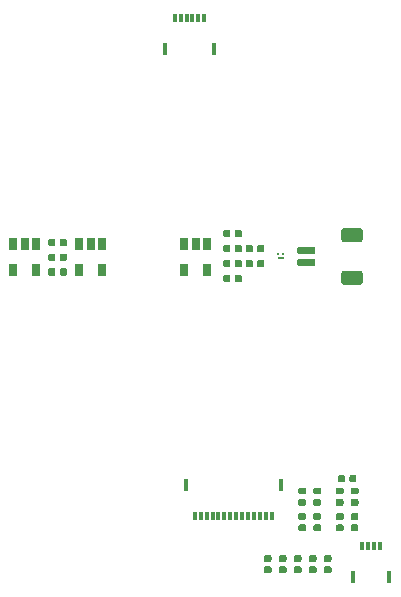
<source format=gbp>
G04 #@! TF.GenerationSoftware,KiCad,Pcbnew,(5.1.4-0-10_14)*
G04 #@! TF.CreationDate,2020-04-27T00:49:30-05:00*
G04 #@! TF.ProjectId,Lifedatalink_v1_revA,4c696665-6461-4746-916c-696e6b5f7631,rev?*
G04 #@! TF.SameCoordinates,Original*
G04 #@! TF.FileFunction,Paste,Bot*
G04 #@! TF.FilePolarity,Positive*
%FSLAX46Y46*%
G04 Gerber Fmt 4.6, Leading zero omitted, Abs format (unit mm)*
G04 Created by KiCad (PCBNEW (5.1.4-0-10_14)) date 2020-04-27 00:49:30*
%MOMM*%
%LPD*%
G04 APERTURE LIST*
%ADD10C,0.100000*%
%ADD11C,0.590000*%
%ADD12R,0.500000X0.150000*%
%ADD13R,0.150000X0.250000*%
%ADD14R,0.650000X1.060000*%
%ADD15C,1.200000*%
%ADD16C,0.600000*%
%ADD17R,0.300000X1.000000*%
%ADD18R,0.300000X0.700000*%
G04 APERTURE END LIST*
D10*
G36*
X90435958Y-94549710D02*
G01*
X90450276Y-94551834D01*
X90464317Y-94555351D01*
X90477946Y-94560228D01*
X90491031Y-94566417D01*
X90503447Y-94573858D01*
X90515073Y-94582481D01*
X90525798Y-94592202D01*
X90535519Y-94602927D01*
X90544142Y-94614553D01*
X90551583Y-94626969D01*
X90557772Y-94640054D01*
X90562649Y-94653683D01*
X90566166Y-94667724D01*
X90568290Y-94682042D01*
X90569000Y-94696500D01*
X90569000Y-95041500D01*
X90568290Y-95055958D01*
X90566166Y-95070276D01*
X90562649Y-95084317D01*
X90557772Y-95097946D01*
X90551583Y-95111031D01*
X90544142Y-95123447D01*
X90535519Y-95135073D01*
X90525798Y-95145798D01*
X90515073Y-95155519D01*
X90503447Y-95164142D01*
X90491031Y-95171583D01*
X90477946Y-95177772D01*
X90464317Y-95182649D01*
X90450276Y-95186166D01*
X90435958Y-95188290D01*
X90421500Y-95189000D01*
X90126500Y-95189000D01*
X90112042Y-95188290D01*
X90097724Y-95186166D01*
X90083683Y-95182649D01*
X90070054Y-95177772D01*
X90056969Y-95171583D01*
X90044553Y-95164142D01*
X90032927Y-95155519D01*
X90022202Y-95145798D01*
X90012481Y-95135073D01*
X90003858Y-95123447D01*
X89996417Y-95111031D01*
X89990228Y-95097946D01*
X89985351Y-95084317D01*
X89981834Y-95070276D01*
X89979710Y-95055958D01*
X89979000Y-95041500D01*
X89979000Y-94696500D01*
X89979710Y-94682042D01*
X89981834Y-94667724D01*
X89985351Y-94653683D01*
X89990228Y-94640054D01*
X89996417Y-94626969D01*
X90003858Y-94614553D01*
X90012481Y-94602927D01*
X90022202Y-94592202D01*
X90032927Y-94582481D01*
X90044553Y-94573858D01*
X90056969Y-94566417D01*
X90070054Y-94560228D01*
X90083683Y-94555351D01*
X90097724Y-94551834D01*
X90112042Y-94549710D01*
X90126500Y-94549000D01*
X90421500Y-94549000D01*
X90435958Y-94549710D01*
X90435958Y-94549710D01*
G37*
D11*
X90274000Y-94869000D03*
D10*
G36*
X89465958Y-94549710D02*
G01*
X89480276Y-94551834D01*
X89494317Y-94555351D01*
X89507946Y-94560228D01*
X89521031Y-94566417D01*
X89533447Y-94573858D01*
X89545073Y-94582481D01*
X89555798Y-94592202D01*
X89565519Y-94602927D01*
X89574142Y-94614553D01*
X89581583Y-94626969D01*
X89587772Y-94640054D01*
X89592649Y-94653683D01*
X89596166Y-94667724D01*
X89598290Y-94682042D01*
X89599000Y-94696500D01*
X89599000Y-95041500D01*
X89598290Y-95055958D01*
X89596166Y-95070276D01*
X89592649Y-95084317D01*
X89587772Y-95097946D01*
X89581583Y-95111031D01*
X89574142Y-95123447D01*
X89565519Y-95135073D01*
X89555798Y-95145798D01*
X89545073Y-95155519D01*
X89533447Y-95164142D01*
X89521031Y-95171583D01*
X89507946Y-95177772D01*
X89494317Y-95182649D01*
X89480276Y-95186166D01*
X89465958Y-95188290D01*
X89451500Y-95189000D01*
X89156500Y-95189000D01*
X89142042Y-95188290D01*
X89127724Y-95186166D01*
X89113683Y-95182649D01*
X89100054Y-95177772D01*
X89086969Y-95171583D01*
X89074553Y-95164142D01*
X89062927Y-95155519D01*
X89052202Y-95145798D01*
X89042481Y-95135073D01*
X89033858Y-95123447D01*
X89026417Y-95111031D01*
X89020228Y-95097946D01*
X89015351Y-95084317D01*
X89011834Y-95070276D01*
X89009710Y-95055958D01*
X89009000Y-95041500D01*
X89009000Y-94696500D01*
X89009710Y-94682042D01*
X89011834Y-94667724D01*
X89015351Y-94653683D01*
X89020228Y-94640054D01*
X89026417Y-94626969D01*
X89033858Y-94614553D01*
X89042481Y-94602927D01*
X89052202Y-94592202D01*
X89062927Y-94582481D01*
X89074553Y-94573858D01*
X89086969Y-94566417D01*
X89100054Y-94560228D01*
X89113683Y-94555351D01*
X89127724Y-94551834D01*
X89142042Y-94549710D01*
X89156500Y-94549000D01*
X89451500Y-94549000D01*
X89465958Y-94549710D01*
X89465958Y-94549710D01*
G37*
D11*
X89304000Y-94869000D03*
D10*
G36*
X90435958Y-93279710D02*
G01*
X90450276Y-93281834D01*
X90464317Y-93285351D01*
X90477946Y-93290228D01*
X90491031Y-93296417D01*
X90503447Y-93303858D01*
X90515073Y-93312481D01*
X90525798Y-93322202D01*
X90535519Y-93332927D01*
X90544142Y-93344553D01*
X90551583Y-93356969D01*
X90557772Y-93370054D01*
X90562649Y-93383683D01*
X90566166Y-93397724D01*
X90568290Y-93412042D01*
X90569000Y-93426500D01*
X90569000Y-93771500D01*
X90568290Y-93785958D01*
X90566166Y-93800276D01*
X90562649Y-93814317D01*
X90557772Y-93827946D01*
X90551583Y-93841031D01*
X90544142Y-93853447D01*
X90535519Y-93865073D01*
X90525798Y-93875798D01*
X90515073Y-93885519D01*
X90503447Y-93894142D01*
X90491031Y-93901583D01*
X90477946Y-93907772D01*
X90464317Y-93912649D01*
X90450276Y-93916166D01*
X90435958Y-93918290D01*
X90421500Y-93919000D01*
X90126500Y-93919000D01*
X90112042Y-93918290D01*
X90097724Y-93916166D01*
X90083683Y-93912649D01*
X90070054Y-93907772D01*
X90056969Y-93901583D01*
X90044553Y-93894142D01*
X90032927Y-93885519D01*
X90022202Y-93875798D01*
X90012481Y-93865073D01*
X90003858Y-93853447D01*
X89996417Y-93841031D01*
X89990228Y-93827946D01*
X89985351Y-93814317D01*
X89981834Y-93800276D01*
X89979710Y-93785958D01*
X89979000Y-93771500D01*
X89979000Y-93426500D01*
X89979710Y-93412042D01*
X89981834Y-93397724D01*
X89985351Y-93383683D01*
X89990228Y-93370054D01*
X89996417Y-93356969D01*
X90003858Y-93344553D01*
X90012481Y-93332927D01*
X90022202Y-93322202D01*
X90032927Y-93312481D01*
X90044553Y-93303858D01*
X90056969Y-93296417D01*
X90070054Y-93290228D01*
X90083683Y-93285351D01*
X90097724Y-93281834D01*
X90112042Y-93279710D01*
X90126500Y-93279000D01*
X90421500Y-93279000D01*
X90435958Y-93279710D01*
X90435958Y-93279710D01*
G37*
D11*
X90274000Y-93599000D03*
D10*
G36*
X89465958Y-93279710D02*
G01*
X89480276Y-93281834D01*
X89494317Y-93285351D01*
X89507946Y-93290228D01*
X89521031Y-93296417D01*
X89533447Y-93303858D01*
X89545073Y-93312481D01*
X89555798Y-93322202D01*
X89565519Y-93332927D01*
X89574142Y-93344553D01*
X89581583Y-93356969D01*
X89587772Y-93370054D01*
X89592649Y-93383683D01*
X89596166Y-93397724D01*
X89598290Y-93412042D01*
X89599000Y-93426500D01*
X89599000Y-93771500D01*
X89598290Y-93785958D01*
X89596166Y-93800276D01*
X89592649Y-93814317D01*
X89587772Y-93827946D01*
X89581583Y-93841031D01*
X89574142Y-93853447D01*
X89565519Y-93865073D01*
X89555798Y-93875798D01*
X89545073Y-93885519D01*
X89533447Y-93894142D01*
X89521031Y-93901583D01*
X89507946Y-93907772D01*
X89494317Y-93912649D01*
X89480276Y-93916166D01*
X89465958Y-93918290D01*
X89451500Y-93919000D01*
X89156500Y-93919000D01*
X89142042Y-93918290D01*
X89127724Y-93916166D01*
X89113683Y-93912649D01*
X89100054Y-93907772D01*
X89086969Y-93901583D01*
X89074553Y-93894142D01*
X89062927Y-93885519D01*
X89052202Y-93875798D01*
X89042481Y-93865073D01*
X89033858Y-93853447D01*
X89026417Y-93841031D01*
X89020228Y-93827946D01*
X89015351Y-93814317D01*
X89011834Y-93800276D01*
X89009710Y-93785958D01*
X89009000Y-93771500D01*
X89009000Y-93426500D01*
X89009710Y-93412042D01*
X89011834Y-93397724D01*
X89015351Y-93383683D01*
X89020228Y-93370054D01*
X89026417Y-93356969D01*
X89033858Y-93344553D01*
X89042481Y-93332927D01*
X89052202Y-93322202D01*
X89062927Y-93312481D01*
X89074553Y-93303858D01*
X89086969Y-93296417D01*
X89100054Y-93290228D01*
X89113683Y-93285351D01*
X89127724Y-93281834D01*
X89142042Y-93279710D01*
X89156500Y-93279000D01*
X89451500Y-93279000D01*
X89465958Y-93279710D01*
X89465958Y-93279710D01*
G37*
D11*
X89304000Y-93599000D03*
D10*
G36*
X72752758Y-95260910D02*
G01*
X72767076Y-95263034D01*
X72781117Y-95266551D01*
X72794746Y-95271428D01*
X72807831Y-95277617D01*
X72820247Y-95285058D01*
X72831873Y-95293681D01*
X72842598Y-95303402D01*
X72852319Y-95314127D01*
X72860942Y-95325753D01*
X72868383Y-95338169D01*
X72874572Y-95351254D01*
X72879449Y-95364883D01*
X72882966Y-95378924D01*
X72885090Y-95393242D01*
X72885800Y-95407700D01*
X72885800Y-95752700D01*
X72885090Y-95767158D01*
X72882966Y-95781476D01*
X72879449Y-95795517D01*
X72874572Y-95809146D01*
X72868383Y-95822231D01*
X72860942Y-95834647D01*
X72852319Y-95846273D01*
X72842598Y-95856998D01*
X72831873Y-95866719D01*
X72820247Y-95875342D01*
X72807831Y-95882783D01*
X72794746Y-95888972D01*
X72781117Y-95893849D01*
X72767076Y-95897366D01*
X72752758Y-95899490D01*
X72738300Y-95900200D01*
X72443300Y-95900200D01*
X72428842Y-95899490D01*
X72414524Y-95897366D01*
X72400483Y-95893849D01*
X72386854Y-95888972D01*
X72373769Y-95882783D01*
X72361353Y-95875342D01*
X72349727Y-95866719D01*
X72339002Y-95856998D01*
X72329281Y-95846273D01*
X72320658Y-95834647D01*
X72313217Y-95822231D01*
X72307028Y-95809146D01*
X72302151Y-95795517D01*
X72298634Y-95781476D01*
X72296510Y-95767158D01*
X72295800Y-95752700D01*
X72295800Y-95407700D01*
X72296510Y-95393242D01*
X72298634Y-95378924D01*
X72302151Y-95364883D01*
X72307028Y-95351254D01*
X72313217Y-95338169D01*
X72320658Y-95325753D01*
X72329281Y-95314127D01*
X72339002Y-95303402D01*
X72349727Y-95293681D01*
X72361353Y-95285058D01*
X72373769Y-95277617D01*
X72386854Y-95271428D01*
X72400483Y-95266551D01*
X72414524Y-95263034D01*
X72428842Y-95260910D01*
X72443300Y-95260200D01*
X72738300Y-95260200D01*
X72752758Y-95260910D01*
X72752758Y-95260910D01*
G37*
D11*
X72590800Y-95580200D03*
D10*
G36*
X73722758Y-95260910D02*
G01*
X73737076Y-95263034D01*
X73751117Y-95266551D01*
X73764746Y-95271428D01*
X73777831Y-95277617D01*
X73790247Y-95285058D01*
X73801873Y-95293681D01*
X73812598Y-95303402D01*
X73822319Y-95314127D01*
X73830942Y-95325753D01*
X73838383Y-95338169D01*
X73844572Y-95351254D01*
X73849449Y-95364883D01*
X73852966Y-95378924D01*
X73855090Y-95393242D01*
X73855800Y-95407700D01*
X73855800Y-95752700D01*
X73855090Y-95767158D01*
X73852966Y-95781476D01*
X73849449Y-95795517D01*
X73844572Y-95809146D01*
X73838383Y-95822231D01*
X73830942Y-95834647D01*
X73822319Y-95846273D01*
X73812598Y-95856998D01*
X73801873Y-95866719D01*
X73790247Y-95875342D01*
X73777831Y-95882783D01*
X73764746Y-95888972D01*
X73751117Y-95893849D01*
X73737076Y-95897366D01*
X73722758Y-95899490D01*
X73708300Y-95900200D01*
X73413300Y-95900200D01*
X73398842Y-95899490D01*
X73384524Y-95897366D01*
X73370483Y-95893849D01*
X73356854Y-95888972D01*
X73343769Y-95882783D01*
X73331353Y-95875342D01*
X73319727Y-95866719D01*
X73309002Y-95856998D01*
X73299281Y-95846273D01*
X73290658Y-95834647D01*
X73283217Y-95822231D01*
X73277028Y-95809146D01*
X73272151Y-95795517D01*
X73268634Y-95781476D01*
X73266510Y-95767158D01*
X73265800Y-95752700D01*
X73265800Y-95407700D01*
X73266510Y-95393242D01*
X73268634Y-95378924D01*
X73272151Y-95364883D01*
X73277028Y-95351254D01*
X73283217Y-95338169D01*
X73290658Y-95325753D01*
X73299281Y-95314127D01*
X73309002Y-95303402D01*
X73319727Y-95293681D01*
X73331353Y-95285058D01*
X73343769Y-95277617D01*
X73356854Y-95271428D01*
X73370483Y-95266551D01*
X73384524Y-95263034D01*
X73398842Y-95260910D01*
X73413300Y-95260200D01*
X73708300Y-95260200D01*
X73722758Y-95260910D01*
X73722758Y-95260910D01*
G37*
D11*
X73560800Y-95580200D03*
D12*
X91948000Y-94433600D03*
D13*
X92123000Y-94033600D03*
X91773000Y-94033600D03*
D14*
X74919800Y-95410200D03*
X76819800Y-95410200D03*
X76819800Y-93210200D03*
X75869800Y-93210200D03*
X74919800Y-93210200D03*
D10*
G36*
X98677865Y-95461464D02*
G01*
X98702133Y-95465064D01*
X98725932Y-95471025D01*
X98749031Y-95479290D01*
X98771210Y-95489780D01*
X98792253Y-95502392D01*
X98811959Y-95517007D01*
X98830137Y-95533483D01*
X98846613Y-95551661D01*
X98861228Y-95571367D01*
X98873840Y-95592410D01*
X98884330Y-95614589D01*
X98892595Y-95637688D01*
X98898556Y-95661487D01*
X98902156Y-95685755D01*
X98903360Y-95710259D01*
X98903360Y-96410261D01*
X98902156Y-96434765D01*
X98898556Y-96459033D01*
X98892595Y-96482832D01*
X98884330Y-96505931D01*
X98873840Y-96528110D01*
X98861228Y-96549153D01*
X98846613Y-96568859D01*
X98830137Y-96587037D01*
X98811959Y-96603513D01*
X98792253Y-96618128D01*
X98771210Y-96630740D01*
X98749031Y-96641230D01*
X98725932Y-96649495D01*
X98702133Y-96655456D01*
X98677865Y-96659056D01*
X98653361Y-96660260D01*
X97353359Y-96660260D01*
X97328855Y-96659056D01*
X97304587Y-96655456D01*
X97280788Y-96649495D01*
X97257689Y-96641230D01*
X97235510Y-96630740D01*
X97214467Y-96618128D01*
X97194761Y-96603513D01*
X97176583Y-96587037D01*
X97160107Y-96568859D01*
X97145492Y-96549153D01*
X97132880Y-96528110D01*
X97122390Y-96505931D01*
X97114125Y-96482832D01*
X97108164Y-96459033D01*
X97104564Y-96434765D01*
X97103360Y-96410261D01*
X97103360Y-95710259D01*
X97104564Y-95685755D01*
X97108164Y-95661487D01*
X97114125Y-95637688D01*
X97122390Y-95614589D01*
X97132880Y-95592410D01*
X97145492Y-95571367D01*
X97160107Y-95551661D01*
X97176583Y-95533483D01*
X97194761Y-95517007D01*
X97214467Y-95502392D01*
X97235510Y-95489780D01*
X97257689Y-95479290D01*
X97280788Y-95471025D01*
X97304587Y-95465064D01*
X97328855Y-95461464D01*
X97353359Y-95460260D01*
X98653361Y-95460260D01*
X98677865Y-95461464D01*
X98677865Y-95461464D01*
G37*
D15*
X98003360Y-96060260D03*
D10*
G36*
X98677865Y-91861464D02*
G01*
X98702133Y-91865064D01*
X98725932Y-91871025D01*
X98749031Y-91879290D01*
X98771210Y-91889780D01*
X98792253Y-91902392D01*
X98811959Y-91917007D01*
X98830137Y-91933483D01*
X98846613Y-91951661D01*
X98861228Y-91971367D01*
X98873840Y-91992410D01*
X98884330Y-92014589D01*
X98892595Y-92037688D01*
X98898556Y-92061487D01*
X98902156Y-92085755D01*
X98903360Y-92110259D01*
X98903360Y-92810261D01*
X98902156Y-92834765D01*
X98898556Y-92859033D01*
X98892595Y-92882832D01*
X98884330Y-92905931D01*
X98873840Y-92928110D01*
X98861228Y-92949153D01*
X98846613Y-92968859D01*
X98830137Y-92987037D01*
X98811959Y-93003513D01*
X98792253Y-93018128D01*
X98771210Y-93030740D01*
X98749031Y-93041230D01*
X98725932Y-93049495D01*
X98702133Y-93055456D01*
X98677865Y-93059056D01*
X98653361Y-93060260D01*
X97353359Y-93060260D01*
X97328855Y-93059056D01*
X97304587Y-93055456D01*
X97280788Y-93049495D01*
X97257689Y-93041230D01*
X97235510Y-93030740D01*
X97214467Y-93018128D01*
X97194761Y-93003513D01*
X97176583Y-92987037D01*
X97160107Y-92968859D01*
X97145492Y-92949153D01*
X97132880Y-92928110D01*
X97122390Y-92905931D01*
X97114125Y-92882832D01*
X97108164Y-92859033D01*
X97104564Y-92834765D01*
X97103360Y-92810261D01*
X97103360Y-92110259D01*
X97104564Y-92085755D01*
X97108164Y-92061487D01*
X97114125Y-92037688D01*
X97122390Y-92014589D01*
X97132880Y-91992410D01*
X97145492Y-91971367D01*
X97160107Y-91951661D01*
X97176583Y-91933483D01*
X97194761Y-91917007D01*
X97214467Y-91902392D01*
X97235510Y-91889780D01*
X97257689Y-91879290D01*
X97280788Y-91871025D01*
X97304587Y-91865064D01*
X97328855Y-91861464D01*
X97353359Y-91860260D01*
X98653361Y-91860260D01*
X98677865Y-91861464D01*
X98677865Y-91861464D01*
G37*
D15*
X98003360Y-92460260D03*
D10*
G36*
X94768063Y-94460982D02*
G01*
X94782624Y-94463142D01*
X94796903Y-94466719D01*
X94810763Y-94471678D01*
X94824070Y-94477972D01*
X94836696Y-94485540D01*
X94848519Y-94494308D01*
X94859426Y-94504194D01*
X94869312Y-94515101D01*
X94878080Y-94526924D01*
X94885648Y-94539550D01*
X94891942Y-94552857D01*
X94896901Y-94566717D01*
X94900478Y-94580996D01*
X94902638Y-94595557D01*
X94903360Y-94610260D01*
X94903360Y-94910260D01*
X94902638Y-94924963D01*
X94900478Y-94939524D01*
X94896901Y-94953803D01*
X94891942Y-94967663D01*
X94885648Y-94980970D01*
X94878080Y-94993596D01*
X94869312Y-95005419D01*
X94859426Y-95016326D01*
X94848519Y-95026212D01*
X94836696Y-95034980D01*
X94824070Y-95042548D01*
X94810763Y-95048842D01*
X94796903Y-95053801D01*
X94782624Y-95057378D01*
X94768063Y-95059538D01*
X94753360Y-95060260D01*
X93503360Y-95060260D01*
X93488657Y-95059538D01*
X93474096Y-95057378D01*
X93459817Y-95053801D01*
X93445957Y-95048842D01*
X93432650Y-95042548D01*
X93420024Y-95034980D01*
X93408201Y-95026212D01*
X93397294Y-95016326D01*
X93387408Y-95005419D01*
X93378640Y-94993596D01*
X93371072Y-94980970D01*
X93364778Y-94967663D01*
X93359819Y-94953803D01*
X93356242Y-94939524D01*
X93354082Y-94924963D01*
X93353360Y-94910260D01*
X93353360Y-94610260D01*
X93354082Y-94595557D01*
X93356242Y-94580996D01*
X93359819Y-94566717D01*
X93364778Y-94552857D01*
X93371072Y-94539550D01*
X93378640Y-94526924D01*
X93387408Y-94515101D01*
X93397294Y-94504194D01*
X93408201Y-94494308D01*
X93420024Y-94485540D01*
X93432650Y-94477972D01*
X93445957Y-94471678D01*
X93459817Y-94466719D01*
X93474096Y-94463142D01*
X93488657Y-94460982D01*
X93503360Y-94460260D01*
X94753360Y-94460260D01*
X94768063Y-94460982D01*
X94768063Y-94460982D01*
G37*
D16*
X94128360Y-94760260D03*
D10*
G36*
X94768063Y-93460982D02*
G01*
X94782624Y-93463142D01*
X94796903Y-93466719D01*
X94810763Y-93471678D01*
X94824070Y-93477972D01*
X94836696Y-93485540D01*
X94848519Y-93494308D01*
X94859426Y-93504194D01*
X94869312Y-93515101D01*
X94878080Y-93526924D01*
X94885648Y-93539550D01*
X94891942Y-93552857D01*
X94896901Y-93566717D01*
X94900478Y-93580996D01*
X94902638Y-93595557D01*
X94903360Y-93610260D01*
X94903360Y-93910260D01*
X94902638Y-93924963D01*
X94900478Y-93939524D01*
X94896901Y-93953803D01*
X94891942Y-93967663D01*
X94885648Y-93980970D01*
X94878080Y-93993596D01*
X94869312Y-94005419D01*
X94859426Y-94016326D01*
X94848519Y-94026212D01*
X94836696Y-94034980D01*
X94824070Y-94042548D01*
X94810763Y-94048842D01*
X94796903Y-94053801D01*
X94782624Y-94057378D01*
X94768063Y-94059538D01*
X94753360Y-94060260D01*
X93503360Y-94060260D01*
X93488657Y-94059538D01*
X93474096Y-94057378D01*
X93459817Y-94053801D01*
X93445957Y-94048842D01*
X93432650Y-94042548D01*
X93420024Y-94034980D01*
X93408201Y-94026212D01*
X93397294Y-94016326D01*
X93387408Y-94005419D01*
X93378640Y-93993596D01*
X93371072Y-93980970D01*
X93364778Y-93967663D01*
X93359819Y-93953803D01*
X93356242Y-93939524D01*
X93354082Y-93924963D01*
X93353360Y-93910260D01*
X93353360Y-93610260D01*
X93354082Y-93595557D01*
X93356242Y-93580996D01*
X93359819Y-93566717D01*
X93364778Y-93552857D01*
X93371072Y-93539550D01*
X93378640Y-93526924D01*
X93387408Y-93515101D01*
X93397294Y-93504194D01*
X93408201Y-93494308D01*
X93420024Y-93485540D01*
X93432650Y-93477972D01*
X93445957Y-93471678D01*
X93459817Y-93466719D01*
X93474096Y-93463142D01*
X93488657Y-93460982D01*
X93503360Y-93460260D01*
X94753360Y-93460260D01*
X94768063Y-93460982D01*
X94768063Y-93460982D01*
G37*
D16*
X94128360Y-93760260D03*
D10*
G36*
X96132918Y-120513050D02*
G01*
X96147236Y-120515174D01*
X96161277Y-120518691D01*
X96174906Y-120523568D01*
X96187991Y-120529757D01*
X96200407Y-120537198D01*
X96212033Y-120545821D01*
X96222758Y-120555542D01*
X96232479Y-120566267D01*
X96241102Y-120577893D01*
X96248543Y-120590309D01*
X96254732Y-120603394D01*
X96259609Y-120617023D01*
X96263126Y-120631064D01*
X96265250Y-120645382D01*
X96265960Y-120659840D01*
X96265960Y-120954840D01*
X96265250Y-120969298D01*
X96263126Y-120983616D01*
X96259609Y-120997657D01*
X96254732Y-121011286D01*
X96248543Y-121024371D01*
X96241102Y-121036787D01*
X96232479Y-121048413D01*
X96222758Y-121059138D01*
X96212033Y-121068859D01*
X96200407Y-121077482D01*
X96187991Y-121084923D01*
X96174906Y-121091112D01*
X96161277Y-121095989D01*
X96147236Y-121099506D01*
X96132918Y-121101630D01*
X96118460Y-121102340D01*
X95773460Y-121102340D01*
X95759002Y-121101630D01*
X95744684Y-121099506D01*
X95730643Y-121095989D01*
X95717014Y-121091112D01*
X95703929Y-121084923D01*
X95691513Y-121077482D01*
X95679887Y-121068859D01*
X95669162Y-121059138D01*
X95659441Y-121048413D01*
X95650818Y-121036787D01*
X95643377Y-121024371D01*
X95637188Y-121011286D01*
X95632311Y-120997657D01*
X95628794Y-120983616D01*
X95626670Y-120969298D01*
X95625960Y-120954840D01*
X95625960Y-120659840D01*
X95626670Y-120645382D01*
X95628794Y-120631064D01*
X95632311Y-120617023D01*
X95637188Y-120603394D01*
X95643377Y-120590309D01*
X95650818Y-120577893D01*
X95659441Y-120566267D01*
X95669162Y-120555542D01*
X95679887Y-120545821D01*
X95691513Y-120537198D01*
X95703929Y-120529757D01*
X95717014Y-120523568D01*
X95730643Y-120518691D01*
X95744684Y-120515174D01*
X95759002Y-120513050D01*
X95773460Y-120512340D01*
X96118460Y-120512340D01*
X96132918Y-120513050D01*
X96132918Y-120513050D01*
G37*
D11*
X95945960Y-120807340D03*
D10*
G36*
X96132918Y-119543050D02*
G01*
X96147236Y-119545174D01*
X96161277Y-119548691D01*
X96174906Y-119553568D01*
X96187991Y-119559757D01*
X96200407Y-119567198D01*
X96212033Y-119575821D01*
X96222758Y-119585542D01*
X96232479Y-119596267D01*
X96241102Y-119607893D01*
X96248543Y-119620309D01*
X96254732Y-119633394D01*
X96259609Y-119647023D01*
X96263126Y-119661064D01*
X96265250Y-119675382D01*
X96265960Y-119689840D01*
X96265960Y-119984840D01*
X96265250Y-119999298D01*
X96263126Y-120013616D01*
X96259609Y-120027657D01*
X96254732Y-120041286D01*
X96248543Y-120054371D01*
X96241102Y-120066787D01*
X96232479Y-120078413D01*
X96222758Y-120089138D01*
X96212033Y-120098859D01*
X96200407Y-120107482D01*
X96187991Y-120114923D01*
X96174906Y-120121112D01*
X96161277Y-120125989D01*
X96147236Y-120129506D01*
X96132918Y-120131630D01*
X96118460Y-120132340D01*
X95773460Y-120132340D01*
X95759002Y-120131630D01*
X95744684Y-120129506D01*
X95730643Y-120125989D01*
X95717014Y-120121112D01*
X95703929Y-120114923D01*
X95691513Y-120107482D01*
X95679887Y-120098859D01*
X95669162Y-120089138D01*
X95659441Y-120078413D01*
X95650818Y-120066787D01*
X95643377Y-120054371D01*
X95637188Y-120041286D01*
X95632311Y-120027657D01*
X95628794Y-120013616D01*
X95626670Y-119999298D01*
X95625960Y-119984840D01*
X95625960Y-119689840D01*
X95626670Y-119675382D01*
X95628794Y-119661064D01*
X95632311Y-119647023D01*
X95637188Y-119633394D01*
X95643377Y-119620309D01*
X95650818Y-119607893D01*
X95659441Y-119596267D01*
X95669162Y-119585542D01*
X95679887Y-119575821D01*
X95691513Y-119567198D01*
X95703929Y-119559757D01*
X95717014Y-119553568D01*
X95730643Y-119548691D01*
X95744684Y-119545174D01*
X95759002Y-119543050D01*
X95773460Y-119542340D01*
X96118460Y-119542340D01*
X96132918Y-119543050D01*
X96132918Y-119543050D01*
G37*
D11*
X95945960Y-119837340D03*
D10*
G36*
X94862918Y-119543050D02*
G01*
X94877236Y-119545174D01*
X94891277Y-119548691D01*
X94904906Y-119553568D01*
X94917991Y-119559757D01*
X94930407Y-119567198D01*
X94942033Y-119575821D01*
X94952758Y-119585542D01*
X94962479Y-119596267D01*
X94971102Y-119607893D01*
X94978543Y-119620309D01*
X94984732Y-119633394D01*
X94989609Y-119647023D01*
X94993126Y-119661064D01*
X94995250Y-119675382D01*
X94995960Y-119689840D01*
X94995960Y-119984840D01*
X94995250Y-119999298D01*
X94993126Y-120013616D01*
X94989609Y-120027657D01*
X94984732Y-120041286D01*
X94978543Y-120054371D01*
X94971102Y-120066787D01*
X94962479Y-120078413D01*
X94952758Y-120089138D01*
X94942033Y-120098859D01*
X94930407Y-120107482D01*
X94917991Y-120114923D01*
X94904906Y-120121112D01*
X94891277Y-120125989D01*
X94877236Y-120129506D01*
X94862918Y-120131630D01*
X94848460Y-120132340D01*
X94503460Y-120132340D01*
X94489002Y-120131630D01*
X94474684Y-120129506D01*
X94460643Y-120125989D01*
X94447014Y-120121112D01*
X94433929Y-120114923D01*
X94421513Y-120107482D01*
X94409887Y-120098859D01*
X94399162Y-120089138D01*
X94389441Y-120078413D01*
X94380818Y-120066787D01*
X94373377Y-120054371D01*
X94367188Y-120041286D01*
X94362311Y-120027657D01*
X94358794Y-120013616D01*
X94356670Y-119999298D01*
X94355960Y-119984840D01*
X94355960Y-119689840D01*
X94356670Y-119675382D01*
X94358794Y-119661064D01*
X94362311Y-119647023D01*
X94367188Y-119633394D01*
X94373377Y-119620309D01*
X94380818Y-119607893D01*
X94389441Y-119596267D01*
X94399162Y-119585542D01*
X94409887Y-119575821D01*
X94421513Y-119567198D01*
X94433929Y-119559757D01*
X94447014Y-119553568D01*
X94460643Y-119548691D01*
X94474684Y-119545174D01*
X94489002Y-119543050D01*
X94503460Y-119542340D01*
X94848460Y-119542340D01*
X94862918Y-119543050D01*
X94862918Y-119543050D01*
G37*
D11*
X94675960Y-119837340D03*
D10*
G36*
X94862918Y-120513050D02*
G01*
X94877236Y-120515174D01*
X94891277Y-120518691D01*
X94904906Y-120523568D01*
X94917991Y-120529757D01*
X94930407Y-120537198D01*
X94942033Y-120545821D01*
X94952758Y-120555542D01*
X94962479Y-120566267D01*
X94971102Y-120577893D01*
X94978543Y-120590309D01*
X94984732Y-120603394D01*
X94989609Y-120617023D01*
X94993126Y-120631064D01*
X94995250Y-120645382D01*
X94995960Y-120659840D01*
X94995960Y-120954840D01*
X94995250Y-120969298D01*
X94993126Y-120983616D01*
X94989609Y-120997657D01*
X94984732Y-121011286D01*
X94978543Y-121024371D01*
X94971102Y-121036787D01*
X94962479Y-121048413D01*
X94952758Y-121059138D01*
X94942033Y-121068859D01*
X94930407Y-121077482D01*
X94917991Y-121084923D01*
X94904906Y-121091112D01*
X94891277Y-121095989D01*
X94877236Y-121099506D01*
X94862918Y-121101630D01*
X94848460Y-121102340D01*
X94503460Y-121102340D01*
X94489002Y-121101630D01*
X94474684Y-121099506D01*
X94460643Y-121095989D01*
X94447014Y-121091112D01*
X94433929Y-121084923D01*
X94421513Y-121077482D01*
X94409887Y-121068859D01*
X94399162Y-121059138D01*
X94389441Y-121048413D01*
X94380818Y-121036787D01*
X94373377Y-121024371D01*
X94367188Y-121011286D01*
X94362311Y-120997657D01*
X94358794Y-120983616D01*
X94356670Y-120969298D01*
X94355960Y-120954840D01*
X94355960Y-120659840D01*
X94356670Y-120645382D01*
X94358794Y-120631064D01*
X94362311Y-120617023D01*
X94367188Y-120603394D01*
X94373377Y-120590309D01*
X94380818Y-120577893D01*
X94389441Y-120566267D01*
X94399162Y-120555542D01*
X94409887Y-120545821D01*
X94421513Y-120537198D01*
X94433929Y-120529757D01*
X94447014Y-120523568D01*
X94460643Y-120518691D01*
X94474684Y-120515174D01*
X94489002Y-120513050D01*
X94503460Y-120512340D01*
X94848460Y-120512340D01*
X94862918Y-120513050D01*
X94862918Y-120513050D01*
G37*
D11*
X94675960Y-120807340D03*
D10*
G36*
X95243918Y-113828050D02*
G01*
X95258236Y-113830174D01*
X95272277Y-113833691D01*
X95285906Y-113838568D01*
X95298991Y-113844757D01*
X95311407Y-113852198D01*
X95323033Y-113860821D01*
X95333758Y-113870542D01*
X95343479Y-113881267D01*
X95352102Y-113892893D01*
X95359543Y-113905309D01*
X95365732Y-113918394D01*
X95370609Y-113932023D01*
X95374126Y-113946064D01*
X95376250Y-113960382D01*
X95376960Y-113974840D01*
X95376960Y-114269840D01*
X95376250Y-114284298D01*
X95374126Y-114298616D01*
X95370609Y-114312657D01*
X95365732Y-114326286D01*
X95359543Y-114339371D01*
X95352102Y-114351787D01*
X95343479Y-114363413D01*
X95333758Y-114374138D01*
X95323033Y-114383859D01*
X95311407Y-114392482D01*
X95298991Y-114399923D01*
X95285906Y-114406112D01*
X95272277Y-114410989D01*
X95258236Y-114414506D01*
X95243918Y-114416630D01*
X95229460Y-114417340D01*
X94884460Y-114417340D01*
X94870002Y-114416630D01*
X94855684Y-114414506D01*
X94841643Y-114410989D01*
X94828014Y-114406112D01*
X94814929Y-114399923D01*
X94802513Y-114392482D01*
X94790887Y-114383859D01*
X94780162Y-114374138D01*
X94770441Y-114363413D01*
X94761818Y-114351787D01*
X94754377Y-114339371D01*
X94748188Y-114326286D01*
X94743311Y-114312657D01*
X94739794Y-114298616D01*
X94737670Y-114284298D01*
X94736960Y-114269840D01*
X94736960Y-113974840D01*
X94737670Y-113960382D01*
X94739794Y-113946064D01*
X94743311Y-113932023D01*
X94748188Y-113918394D01*
X94754377Y-113905309D01*
X94761818Y-113892893D01*
X94770441Y-113881267D01*
X94780162Y-113870542D01*
X94790887Y-113860821D01*
X94802513Y-113852198D01*
X94814929Y-113844757D01*
X94828014Y-113838568D01*
X94841643Y-113833691D01*
X94855684Y-113830174D01*
X94870002Y-113828050D01*
X94884460Y-113827340D01*
X95229460Y-113827340D01*
X95243918Y-113828050D01*
X95243918Y-113828050D01*
G37*
D11*
X95056960Y-114122340D03*
D10*
G36*
X95243918Y-114798050D02*
G01*
X95258236Y-114800174D01*
X95272277Y-114803691D01*
X95285906Y-114808568D01*
X95298991Y-114814757D01*
X95311407Y-114822198D01*
X95323033Y-114830821D01*
X95333758Y-114840542D01*
X95343479Y-114851267D01*
X95352102Y-114862893D01*
X95359543Y-114875309D01*
X95365732Y-114888394D01*
X95370609Y-114902023D01*
X95374126Y-114916064D01*
X95376250Y-114930382D01*
X95376960Y-114944840D01*
X95376960Y-115239840D01*
X95376250Y-115254298D01*
X95374126Y-115268616D01*
X95370609Y-115282657D01*
X95365732Y-115296286D01*
X95359543Y-115309371D01*
X95352102Y-115321787D01*
X95343479Y-115333413D01*
X95333758Y-115344138D01*
X95323033Y-115353859D01*
X95311407Y-115362482D01*
X95298991Y-115369923D01*
X95285906Y-115376112D01*
X95272277Y-115380989D01*
X95258236Y-115384506D01*
X95243918Y-115386630D01*
X95229460Y-115387340D01*
X94884460Y-115387340D01*
X94870002Y-115386630D01*
X94855684Y-115384506D01*
X94841643Y-115380989D01*
X94828014Y-115376112D01*
X94814929Y-115369923D01*
X94802513Y-115362482D01*
X94790887Y-115353859D01*
X94780162Y-115344138D01*
X94770441Y-115333413D01*
X94761818Y-115321787D01*
X94754377Y-115309371D01*
X94748188Y-115296286D01*
X94743311Y-115282657D01*
X94739794Y-115268616D01*
X94737670Y-115254298D01*
X94736960Y-115239840D01*
X94736960Y-114944840D01*
X94737670Y-114930382D01*
X94739794Y-114916064D01*
X94743311Y-114902023D01*
X94748188Y-114888394D01*
X94754377Y-114875309D01*
X94761818Y-114862893D01*
X94770441Y-114851267D01*
X94780162Y-114840542D01*
X94790887Y-114830821D01*
X94802513Y-114822198D01*
X94814929Y-114814757D01*
X94828014Y-114808568D01*
X94841643Y-114803691D01*
X94855684Y-114800174D01*
X94870002Y-114798050D01*
X94884460Y-114797340D01*
X95229460Y-114797340D01*
X95243918Y-114798050D01*
X95243918Y-114798050D01*
G37*
D11*
X95056960Y-115092340D03*
D10*
G36*
X93973918Y-113828050D02*
G01*
X93988236Y-113830174D01*
X94002277Y-113833691D01*
X94015906Y-113838568D01*
X94028991Y-113844757D01*
X94041407Y-113852198D01*
X94053033Y-113860821D01*
X94063758Y-113870542D01*
X94073479Y-113881267D01*
X94082102Y-113892893D01*
X94089543Y-113905309D01*
X94095732Y-113918394D01*
X94100609Y-113932023D01*
X94104126Y-113946064D01*
X94106250Y-113960382D01*
X94106960Y-113974840D01*
X94106960Y-114269840D01*
X94106250Y-114284298D01*
X94104126Y-114298616D01*
X94100609Y-114312657D01*
X94095732Y-114326286D01*
X94089543Y-114339371D01*
X94082102Y-114351787D01*
X94073479Y-114363413D01*
X94063758Y-114374138D01*
X94053033Y-114383859D01*
X94041407Y-114392482D01*
X94028991Y-114399923D01*
X94015906Y-114406112D01*
X94002277Y-114410989D01*
X93988236Y-114414506D01*
X93973918Y-114416630D01*
X93959460Y-114417340D01*
X93614460Y-114417340D01*
X93600002Y-114416630D01*
X93585684Y-114414506D01*
X93571643Y-114410989D01*
X93558014Y-114406112D01*
X93544929Y-114399923D01*
X93532513Y-114392482D01*
X93520887Y-114383859D01*
X93510162Y-114374138D01*
X93500441Y-114363413D01*
X93491818Y-114351787D01*
X93484377Y-114339371D01*
X93478188Y-114326286D01*
X93473311Y-114312657D01*
X93469794Y-114298616D01*
X93467670Y-114284298D01*
X93466960Y-114269840D01*
X93466960Y-113974840D01*
X93467670Y-113960382D01*
X93469794Y-113946064D01*
X93473311Y-113932023D01*
X93478188Y-113918394D01*
X93484377Y-113905309D01*
X93491818Y-113892893D01*
X93500441Y-113881267D01*
X93510162Y-113870542D01*
X93520887Y-113860821D01*
X93532513Y-113852198D01*
X93544929Y-113844757D01*
X93558014Y-113838568D01*
X93571643Y-113833691D01*
X93585684Y-113830174D01*
X93600002Y-113828050D01*
X93614460Y-113827340D01*
X93959460Y-113827340D01*
X93973918Y-113828050D01*
X93973918Y-113828050D01*
G37*
D11*
X93786960Y-114122340D03*
D10*
G36*
X93973918Y-114798050D02*
G01*
X93988236Y-114800174D01*
X94002277Y-114803691D01*
X94015906Y-114808568D01*
X94028991Y-114814757D01*
X94041407Y-114822198D01*
X94053033Y-114830821D01*
X94063758Y-114840542D01*
X94073479Y-114851267D01*
X94082102Y-114862893D01*
X94089543Y-114875309D01*
X94095732Y-114888394D01*
X94100609Y-114902023D01*
X94104126Y-114916064D01*
X94106250Y-114930382D01*
X94106960Y-114944840D01*
X94106960Y-115239840D01*
X94106250Y-115254298D01*
X94104126Y-115268616D01*
X94100609Y-115282657D01*
X94095732Y-115296286D01*
X94089543Y-115309371D01*
X94082102Y-115321787D01*
X94073479Y-115333413D01*
X94063758Y-115344138D01*
X94053033Y-115353859D01*
X94041407Y-115362482D01*
X94028991Y-115369923D01*
X94015906Y-115376112D01*
X94002277Y-115380989D01*
X93988236Y-115384506D01*
X93973918Y-115386630D01*
X93959460Y-115387340D01*
X93614460Y-115387340D01*
X93600002Y-115386630D01*
X93585684Y-115384506D01*
X93571643Y-115380989D01*
X93558014Y-115376112D01*
X93544929Y-115369923D01*
X93532513Y-115362482D01*
X93520887Y-115353859D01*
X93510162Y-115344138D01*
X93500441Y-115333413D01*
X93491818Y-115321787D01*
X93484377Y-115309371D01*
X93478188Y-115296286D01*
X93473311Y-115282657D01*
X93469794Y-115268616D01*
X93467670Y-115254298D01*
X93466960Y-115239840D01*
X93466960Y-114944840D01*
X93467670Y-114930382D01*
X93469794Y-114916064D01*
X93473311Y-114902023D01*
X93478188Y-114888394D01*
X93484377Y-114875309D01*
X93491818Y-114862893D01*
X93500441Y-114851267D01*
X93510162Y-114840542D01*
X93520887Y-114830821D01*
X93532513Y-114822198D01*
X93544929Y-114814757D01*
X93558014Y-114808568D01*
X93571643Y-114803691D01*
X93585684Y-114800174D01*
X93600002Y-114798050D01*
X93614460Y-114797340D01*
X93959460Y-114797340D01*
X93973918Y-114798050D01*
X93973918Y-114798050D01*
G37*
D11*
X93786960Y-115092340D03*
D10*
G36*
X88530958Y-93279710D02*
G01*
X88545276Y-93281834D01*
X88559317Y-93285351D01*
X88572946Y-93290228D01*
X88586031Y-93296417D01*
X88598447Y-93303858D01*
X88610073Y-93312481D01*
X88620798Y-93322202D01*
X88630519Y-93332927D01*
X88639142Y-93344553D01*
X88646583Y-93356969D01*
X88652772Y-93370054D01*
X88657649Y-93383683D01*
X88661166Y-93397724D01*
X88663290Y-93412042D01*
X88664000Y-93426500D01*
X88664000Y-93771500D01*
X88663290Y-93785958D01*
X88661166Y-93800276D01*
X88657649Y-93814317D01*
X88652772Y-93827946D01*
X88646583Y-93841031D01*
X88639142Y-93853447D01*
X88630519Y-93865073D01*
X88620798Y-93875798D01*
X88610073Y-93885519D01*
X88598447Y-93894142D01*
X88586031Y-93901583D01*
X88572946Y-93907772D01*
X88559317Y-93912649D01*
X88545276Y-93916166D01*
X88530958Y-93918290D01*
X88516500Y-93919000D01*
X88221500Y-93919000D01*
X88207042Y-93918290D01*
X88192724Y-93916166D01*
X88178683Y-93912649D01*
X88165054Y-93907772D01*
X88151969Y-93901583D01*
X88139553Y-93894142D01*
X88127927Y-93885519D01*
X88117202Y-93875798D01*
X88107481Y-93865073D01*
X88098858Y-93853447D01*
X88091417Y-93841031D01*
X88085228Y-93827946D01*
X88080351Y-93814317D01*
X88076834Y-93800276D01*
X88074710Y-93785958D01*
X88074000Y-93771500D01*
X88074000Y-93426500D01*
X88074710Y-93412042D01*
X88076834Y-93397724D01*
X88080351Y-93383683D01*
X88085228Y-93370054D01*
X88091417Y-93356969D01*
X88098858Y-93344553D01*
X88107481Y-93332927D01*
X88117202Y-93322202D01*
X88127927Y-93312481D01*
X88139553Y-93303858D01*
X88151969Y-93296417D01*
X88165054Y-93290228D01*
X88178683Y-93285351D01*
X88192724Y-93281834D01*
X88207042Y-93279710D01*
X88221500Y-93279000D01*
X88516500Y-93279000D01*
X88530958Y-93279710D01*
X88530958Y-93279710D01*
G37*
D11*
X88369000Y-93599000D03*
D10*
G36*
X87560958Y-93279710D02*
G01*
X87575276Y-93281834D01*
X87589317Y-93285351D01*
X87602946Y-93290228D01*
X87616031Y-93296417D01*
X87628447Y-93303858D01*
X87640073Y-93312481D01*
X87650798Y-93322202D01*
X87660519Y-93332927D01*
X87669142Y-93344553D01*
X87676583Y-93356969D01*
X87682772Y-93370054D01*
X87687649Y-93383683D01*
X87691166Y-93397724D01*
X87693290Y-93412042D01*
X87694000Y-93426500D01*
X87694000Y-93771500D01*
X87693290Y-93785958D01*
X87691166Y-93800276D01*
X87687649Y-93814317D01*
X87682772Y-93827946D01*
X87676583Y-93841031D01*
X87669142Y-93853447D01*
X87660519Y-93865073D01*
X87650798Y-93875798D01*
X87640073Y-93885519D01*
X87628447Y-93894142D01*
X87616031Y-93901583D01*
X87602946Y-93907772D01*
X87589317Y-93912649D01*
X87575276Y-93916166D01*
X87560958Y-93918290D01*
X87546500Y-93919000D01*
X87251500Y-93919000D01*
X87237042Y-93918290D01*
X87222724Y-93916166D01*
X87208683Y-93912649D01*
X87195054Y-93907772D01*
X87181969Y-93901583D01*
X87169553Y-93894142D01*
X87157927Y-93885519D01*
X87147202Y-93875798D01*
X87137481Y-93865073D01*
X87128858Y-93853447D01*
X87121417Y-93841031D01*
X87115228Y-93827946D01*
X87110351Y-93814317D01*
X87106834Y-93800276D01*
X87104710Y-93785958D01*
X87104000Y-93771500D01*
X87104000Y-93426500D01*
X87104710Y-93412042D01*
X87106834Y-93397724D01*
X87110351Y-93383683D01*
X87115228Y-93370054D01*
X87121417Y-93356969D01*
X87128858Y-93344553D01*
X87137481Y-93332927D01*
X87147202Y-93322202D01*
X87157927Y-93312481D01*
X87169553Y-93303858D01*
X87181969Y-93296417D01*
X87195054Y-93290228D01*
X87208683Y-93285351D01*
X87222724Y-93281834D01*
X87237042Y-93279710D01*
X87251500Y-93279000D01*
X87546500Y-93279000D01*
X87560958Y-93279710D01*
X87560958Y-93279710D01*
G37*
D11*
X87399000Y-93599000D03*
D10*
G36*
X73722758Y-94016310D02*
G01*
X73737076Y-94018434D01*
X73751117Y-94021951D01*
X73764746Y-94026828D01*
X73777831Y-94033017D01*
X73790247Y-94040458D01*
X73801873Y-94049081D01*
X73812598Y-94058802D01*
X73822319Y-94069527D01*
X73830942Y-94081153D01*
X73838383Y-94093569D01*
X73844572Y-94106654D01*
X73849449Y-94120283D01*
X73852966Y-94134324D01*
X73855090Y-94148642D01*
X73855800Y-94163100D01*
X73855800Y-94508100D01*
X73855090Y-94522558D01*
X73852966Y-94536876D01*
X73849449Y-94550917D01*
X73844572Y-94564546D01*
X73838383Y-94577631D01*
X73830942Y-94590047D01*
X73822319Y-94601673D01*
X73812598Y-94612398D01*
X73801873Y-94622119D01*
X73790247Y-94630742D01*
X73777831Y-94638183D01*
X73764746Y-94644372D01*
X73751117Y-94649249D01*
X73737076Y-94652766D01*
X73722758Y-94654890D01*
X73708300Y-94655600D01*
X73413300Y-94655600D01*
X73398842Y-94654890D01*
X73384524Y-94652766D01*
X73370483Y-94649249D01*
X73356854Y-94644372D01*
X73343769Y-94638183D01*
X73331353Y-94630742D01*
X73319727Y-94622119D01*
X73309002Y-94612398D01*
X73299281Y-94601673D01*
X73290658Y-94590047D01*
X73283217Y-94577631D01*
X73277028Y-94564546D01*
X73272151Y-94550917D01*
X73268634Y-94536876D01*
X73266510Y-94522558D01*
X73265800Y-94508100D01*
X73265800Y-94163100D01*
X73266510Y-94148642D01*
X73268634Y-94134324D01*
X73272151Y-94120283D01*
X73277028Y-94106654D01*
X73283217Y-94093569D01*
X73290658Y-94081153D01*
X73299281Y-94069527D01*
X73309002Y-94058802D01*
X73319727Y-94049081D01*
X73331353Y-94040458D01*
X73343769Y-94033017D01*
X73356854Y-94026828D01*
X73370483Y-94021951D01*
X73384524Y-94018434D01*
X73398842Y-94016310D01*
X73413300Y-94015600D01*
X73708300Y-94015600D01*
X73722758Y-94016310D01*
X73722758Y-94016310D01*
G37*
D11*
X73560800Y-94335600D03*
D10*
G36*
X72752758Y-94016310D02*
G01*
X72767076Y-94018434D01*
X72781117Y-94021951D01*
X72794746Y-94026828D01*
X72807831Y-94033017D01*
X72820247Y-94040458D01*
X72831873Y-94049081D01*
X72842598Y-94058802D01*
X72852319Y-94069527D01*
X72860942Y-94081153D01*
X72868383Y-94093569D01*
X72874572Y-94106654D01*
X72879449Y-94120283D01*
X72882966Y-94134324D01*
X72885090Y-94148642D01*
X72885800Y-94163100D01*
X72885800Y-94508100D01*
X72885090Y-94522558D01*
X72882966Y-94536876D01*
X72879449Y-94550917D01*
X72874572Y-94564546D01*
X72868383Y-94577631D01*
X72860942Y-94590047D01*
X72852319Y-94601673D01*
X72842598Y-94612398D01*
X72831873Y-94622119D01*
X72820247Y-94630742D01*
X72807831Y-94638183D01*
X72794746Y-94644372D01*
X72781117Y-94649249D01*
X72767076Y-94652766D01*
X72752758Y-94654890D01*
X72738300Y-94655600D01*
X72443300Y-94655600D01*
X72428842Y-94654890D01*
X72414524Y-94652766D01*
X72400483Y-94649249D01*
X72386854Y-94644372D01*
X72373769Y-94638183D01*
X72361353Y-94630742D01*
X72349727Y-94622119D01*
X72339002Y-94612398D01*
X72329281Y-94601673D01*
X72320658Y-94590047D01*
X72313217Y-94577631D01*
X72307028Y-94564546D01*
X72302151Y-94550917D01*
X72298634Y-94536876D01*
X72296510Y-94522558D01*
X72295800Y-94508100D01*
X72295800Y-94163100D01*
X72296510Y-94148642D01*
X72298634Y-94134324D01*
X72302151Y-94120283D01*
X72307028Y-94106654D01*
X72313217Y-94093569D01*
X72320658Y-94081153D01*
X72329281Y-94069527D01*
X72339002Y-94058802D01*
X72349727Y-94049081D01*
X72361353Y-94040458D01*
X72373769Y-94033017D01*
X72386854Y-94026828D01*
X72400483Y-94021951D01*
X72414524Y-94018434D01*
X72428842Y-94016310D01*
X72443300Y-94015600D01*
X72738300Y-94015600D01*
X72752758Y-94016310D01*
X72752758Y-94016310D01*
G37*
D11*
X72590800Y-94335600D03*
D17*
X91984960Y-113608340D03*
X83904960Y-113608340D03*
D18*
X91194960Y-116258340D03*
X90694960Y-116258340D03*
X90194960Y-116258340D03*
X89694960Y-116258340D03*
X89194960Y-116258340D03*
X88694960Y-116258340D03*
X88194960Y-116258340D03*
X87694960Y-116258340D03*
X87194960Y-116258340D03*
X86694960Y-116258340D03*
X86194960Y-116258340D03*
X85694960Y-116258340D03*
X85194960Y-116258340D03*
X84694960Y-116258340D03*
D17*
X82201640Y-76721020D03*
X86281640Y-76721020D03*
D18*
X82991640Y-74071020D03*
X83491640Y-74071020D03*
X83991640Y-74071020D03*
X84491640Y-74071020D03*
X84991640Y-74071020D03*
X85491640Y-74071020D03*
D17*
X98088960Y-121393340D03*
X101168960Y-121393340D03*
D18*
X98878960Y-118743340D03*
X99378960Y-118743340D03*
X99878960Y-118743340D03*
X100378960Y-118743340D03*
D14*
X69331800Y-95410200D03*
X71231800Y-95410200D03*
X71231800Y-93210200D03*
X70281800Y-93210200D03*
X69331800Y-93210200D03*
X83809800Y-95410200D03*
X85709800Y-95410200D03*
X85709800Y-93210200D03*
X84759800Y-93210200D03*
X83809800Y-93210200D03*
D10*
G36*
X91052918Y-120513050D02*
G01*
X91067236Y-120515174D01*
X91081277Y-120518691D01*
X91094906Y-120523568D01*
X91107991Y-120529757D01*
X91120407Y-120537198D01*
X91132033Y-120545821D01*
X91142758Y-120555542D01*
X91152479Y-120566267D01*
X91161102Y-120577893D01*
X91168543Y-120590309D01*
X91174732Y-120603394D01*
X91179609Y-120617023D01*
X91183126Y-120631064D01*
X91185250Y-120645382D01*
X91185960Y-120659840D01*
X91185960Y-120954840D01*
X91185250Y-120969298D01*
X91183126Y-120983616D01*
X91179609Y-120997657D01*
X91174732Y-121011286D01*
X91168543Y-121024371D01*
X91161102Y-121036787D01*
X91152479Y-121048413D01*
X91142758Y-121059138D01*
X91132033Y-121068859D01*
X91120407Y-121077482D01*
X91107991Y-121084923D01*
X91094906Y-121091112D01*
X91081277Y-121095989D01*
X91067236Y-121099506D01*
X91052918Y-121101630D01*
X91038460Y-121102340D01*
X90693460Y-121102340D01*
X90679002Y-121101630D01*
X90664684Y-121099506D01*
X90650643Y-121095989D01*
X90637014Y-121091112D01*
X90623929Y-121084923D01*
X90611513Y-121077482D01*
X90599887Y-121068859D01*
X90589162Y-121059138D01*
X90579441Y-121048413D01*
X90570818Y-121036787D01*
X90563377Y-121024371D01*
X90557188Y-121011286D01*
X90552311Y-120997657D01*
X90548794Y-120983616D01*
X90546670Y-120969298D01*
X90545960Y-120954840D01*
X90545960Y-120659840D01*
X90546670Y-120645382D01*
X90548794Y-120631064D01*
X90552311Y-120617023D01*
X90557188Y-120603394D01*
X90563377Y-120590309D01*
X90570818Y-120577893D01*
X90579441Y-120566267D01*
X90589162Y-120555542D01*
X90599887Y-120545821D01*
X90611513Y-120537198D01*
X90623929Y-120529757D01*
X90637014Y-120523568D01*
X90650643Y-120518691D01*
X90664684Y-120515174D01*
X90679002Y-120513050D01*
X90693460Y-120512340D01*
X91038460Y-120512340D01*
X91052918Y-120513050D01*
X91052918Y-120513050D01*
G37*
D11*
X90865960Y-120807340D03*
D10*
G36*
X91052918Y-119543050D02*
G01*
X91067236Y-119545174D01*
X91081277Y-119548691D01*
X91094906Y-119553568D01*
X91107991Y-119559757D01*
X91120407Y-119567198D01*
X91132033Y-119575821D01*
X91142758Y-119585542D01*
X91152479Y-119596267D01*
X91161102Y-119607893D01*
X91168543Y-119620309D01*
X91174732Y-119633394D01*
X91179609Y-119647023D01*
X91183126Y-119661064D01*
X91185250Y-119675382D01*
X91185960Y-119689840D01*
X91185960Y-119984840D01*
X91185250Y-119999298D01*
X91183126Y-120013616D01*
X91179609Y-120027657D01*
X91174732Y-120041286D01*
X91168543Y-120054371D01*
X91161102Y-120066787D01*
X91152479Y-120078413D01*
X91142758Y-120089138D01*
X91132033Y-120098859D01*
X91120407Y-120107482D01*
X91107991Y-120114923D01*
X91094906Y-120121112D01*
X91081277Y-120125989D01*
X91067236Y-120129506D01*
X91052918Y-120131630D01*
X91038460Y-120132340D01*
X90693460Y-120132340D01*
X90679002Y-120131630D01*
X90664684Y-120129506D01*
X90650643Y-120125989D01*
X90637014Y-120121112D01*
X90623929Y-120114923D01*
X90611513Y-120107482D01*
X90599887Y-120098859D01*
X90589162Y-120089138D01*
X90579441Y-120078413D01*
X90570818Y-120066787D01*
X90563377Y-120054371D01*
X90557188Y-120041286D01*
X90552311Y-120027657D01*
X90548794Y-120013616D01*
X90546670Y-119999298D01*
X90545960Y-119984840D01*
X90545960Y-119689840D01*
X90546670Y-119675382D01*
X90548794Y-119661064D01*
X90552311Y-119647023D01*
X90557188Y-119633394D01*
X90563377Y-119620309D01*
X90570818Y-119607893D01*
X90579441Y-119596267D01*
X90589162Y-119585542D01*
X90599887Y-119575821D01*
X90611513Y-119567198D01*
X90623929Y-119559757D01*
X90637014Y-119553568D01*
X90650643Y-119548691D01*
X90664684Y-119545174D01*
X90679002Y-119543050D01*
X90693460Y-119542340D01*
X91038460Y-119542340D01*
X91052918Y-119543050D01*
X91052918Y-119543050D01*
G37*
D11*
X90865960Y-119837340D03*
D10*
G36*
X92322918Y-120513050D02*
G01*
X92337236Y-120515174D01*
X92351277Y-120518691D01*
X92364906Y-120523568D01*
X92377991Y-120529757D01*
X92390407Y-120537198D01*
X92402033Y-120545821D01*
X92412758Y-120555542D01*
X92422479Y-120566267D01*
X92431102Y-120577893D01*
X92438543Y-120590309D01*
X92444732Y-120603394D01*
X92449609Y-120617023D01*
X92453126Y-120631064D01*
X92455250Y-120645382D01*
X92455960Y-120659840D01*
X92455960Y-120954840D01*
X92455250Y-120969298D01*
X92453126Y-120983616D01*
X92449609Y-120997657D01*
X92444732Y-121011286D01*
X92438543Y-121024371D01*
X92431102Y-121036787D01*
X92422479Y-121048413D01*
X92412758Y-121059138D01*
X92402033Y-121068859D01*
X92390407Y-121077482D01*
X92377991Y-121084923D01*
X92364906Y-121091112D01*
X92351277Y-121095989D01*
X92337236Y-121099506D01*
X92322918Y-121101630D01*
X92308460Y-121102340D01*
X91963460Y-121102340D01*
X91949002Y-121101630D01*
X91934684Y-121099506D01*
X91920643Y-121095989D01*
X91907014Y-121091112D01*
X91893929Y-121084923D01*
X91881513Y-121077482D01*
X91869887Y-121068859D01*
X91859162Y-121059138D01*
X91849441Y-121048413D01*
X91840818Y-121036787D01*
X91833377Y-121024371D01*
X91827188Y-121011286D01*
X91822311Y-120997657D01*
X91818794Y-120983616D01*
X91816670Y-120969298D01*
X91815960Y-120954840D01*
X91815960Y-120659840D01*
X91816670Y-120645382D01*
X91818794Y-120631064D01*
X91822311Y-120617023D01*
X91827188Y-120603394D01*
X91833377Y-120590309D01*
X91840818Y-120577893D01*
X91849441Y-120566267D01*
X91859162Y-120555542D01*
X91869887Y-120545821D01*
X91881513Y-120537198D01*
X91893929Y-120529757D01*
X91907014Y-120523568D01*
X91920643Y-120518691D01*
X91934684Y-120515174D01*
X91949002Y-120513050D01*
X91963460Y-120512340D01*
X92308460Y-120512340D01*
X92322918Y-120513050D01*
X92322918Y-120513050D01*
G37*
D11*
X92135960Y-120807340D03*
D10*
G36*
X92322918Y-119543050D02*
G01*
X92337236Y-119545174D01*
X92351277Y-119548691D01*
X92364906Y-119553568D01*
X92377991Y-119559757D01*
X92390407Y-119567198D01*
X92402033Y-119575821D01*
X92412758Y-119585542D01*
X92422479Y-119596267D01*
X92431102Y-119607893D01*
X92438543Y-119620309D01*
X92444732Y-119633394D01*
X92449609Y-119647023D01*
X92453126Y-119661064D01*
X92455250Y-119675382D01*
X92455960Y-119689840D01*
X92455960Y-119984840D01*
X92455250Y-119999298D01*
X92453126Y-120013616D01*
X92449609Y-120027657D01*
X92444732Y-120041286D01*
X92438543Y-120054371D01*
X92431102Y-120066787D01*
X92422479Y-120078413D01*
X92412758Y-120089138D01*
X92402033Y-120098859D01*
X92390407Y-120107482D01*
X92377991Y-120114923D01*
X92364906Y-120121112D01*
X92351277Y-120125989D01*
X92337236Y-120129506D01*
X92322918Y-120131630D01*
X92308460Y-120132340D01*
X91963460Y-120132340D01*
X91949002Y-120131630D01*
X91934684Y-120129506D01*
X91920643Y-120125989D01*
X91907014Y-120121112D01*
X91893929Y-120114923D01*
X91881513Y-120107482D01*
X91869887Y-120098859D01*
X91859162Y-120089138D01*
X91849441Y-120078413D01*
X91840818Y-120066787D01*
X91833377Y-120054371D01*
X91827188Y-120041286D01*
X91822311Y-120027657D01*
X91818794Y-120013616D01*
X91816670Y-119999298D01*
X91815960Y-119984840D01*
X91815960Y-119689840D01*
X91816670Y-119675382D01*
X91818794Y-119661064D01*
X91822311Y-119647023D01*
X91827188Y-119633394D01*
X91833377Y-119620309D01*
X91840818Y-119607893D01*
X91849441Y-119596267D01*
X91859162Y-119585542D01*
X91869887Y-119575821D01*
X91881513Y-119567198D01*
X91893929Y-119559757D01*
X91907014Y-119553568D01*
X91920643Y-119548691D01*
X91934684Y-119545174D01*
X91949002Y-119543050D01*
X91963460Y-119542340D01*
X92308460Y-119542340D01*
X92322918Y-119543050D01*
X92322918Y-119543050D01*
G37*
D11*
X92135960Y-119837340D03*
D10*
G36*
X87560958Y-94549710D02*
G01*
X87575276Y-94551834D01*
X87589317Y-94555351D01*
X87602946Y-94560228D01*
X87616031Y-94566417D01*
X87628447Y-94573858D01*
X87640073Y-94582481D01*
X87650798Y-94592202D01*
X87660519Y-94602927D01*
X87669142Y-94614553D01*
X87676583Y-94626969D01*
X87682772Y-94640054D01*
X87687649Y-94653683D01*
X87691166Y-94667724D01*
X87693290Y-94682042D01*
X87694000Y-94696500D01*
X87694000Y-95041500D01*
X87693290Y-95055958D01*
X87691166Y-95070276D01*
X87687649Y-95084317D01*
X87682772Y-95097946D01*
X87676583Y-95111031D01*
X87669142Y-95123447D01*
X87660519Y-95135073D01*
X87650798Y-95145798D01*
X87640073Y-95155519D01*
X87628447Y-95164142D01*
X87616031Y-95171583D01*
X87602946Y-95177772D01*
X87589317Y-95182649D01*
X87575276Y-95186166D01*
X87560958Y-95188290D01*
X87546500Y-95189000D01*
X87251500Y-95189000D01*
X87237042Y-95188290D01*
X87222724Y-95186166D01*
X87208683Y-95182649D01*
X87195054Y-95177772D01*
X87181969Y-95171583D01*
X87169553Y-95164142D01*
X87157927Y-95155519D01*
X87147202Y-95145798D01*
X87137481Y-95135073D01*
X87128858Y-95123447D01*
X87121417Y-95111031D01*
X87115228Y-95097946D01*
X87110351Y-95084317D01*
X87106834Y-95070276D01*
X87104710Y-95055958D01*
X87104000Y-95041500D01*
X87104000Y-94696500D01*
X87104710Y-94682042D01*
X87106834Y-94667724D01*
X87110351Y-94653683D01*
X87115228Y-94640054D01*
X87121417Y-94626969D01*
X87128858Y-94614553D01*
X87137481Y-94602927D01*
X87147202Y-94592202D01*
X87157927Y-94582481D01*
X87169553Y-94573858D01*
X87181969Y-94566417D01*
X87195054Y-94560228D01*
X87208683Y-94555351D01*
X87222724Y-94551834D01*
X87237042Y-94549710D01*
X87251500Y-94549000D01*
X87546500Y-94549000D01*
X87560958Y-94549710D01*
X87560958Y-94549710D01*
G37*
D11*
X87399000Y-94869000D03*
D10*
G36*
X88530958Y-94549710D02*
G01*
X88545276Y-94551834D01*
X88559317Y-94555351D01*
X88572946Y-94560228D01*
X88586031Y-94566417D01*
X88598447Y-94573858D01*
X88610073Y-94582481D01*
X88620798Y-94592202D01*
X88630519Y-94602927D01*
X88639142Y-94614553D01*
X88646583Y-94626969D01*
X88652772Y-94640054D01*
X88657649Y-94653683D01*
X88661166Y-94667724D01*
X88663290Y-94682042D01*
X88664000Y-94696500D01*
X88664000Y-95041500D01*
X88663290Y-95055958D01*
X88661166Y-95070276D01*
X88657649Y-95084317D01*
X88652772Y-95097946D01*
X88646583Y-95111031D01*
X88639142Y-95123447D01*
X88630519Y-95135073D01*
X88620798Y-95145798D01*
X88610073Y-95155519D01*
X88598447Y-95164142D01*
X88586031Y-95171583D01*
X88572946Y-95177772D01*
X88559317Y-95182649D01*
X88545276Y-95186166D01*
X88530958Y-95188290D01*
X88516500Y-95189000D01*
X88221500Y-95189000D01*
X88207042Y-95188290D01*
X88192724Y-95186166D01*
X88178683Y-95182649D01*
X88165054Y-95177772D01*
X88151969Y-95171583D01*
X88139553Y-95164142D01*
X88127927Y-95155519D01*
X88117202Y-95145798D01*
X88107481Y-95135073D01*
X88098858Y-95123447D01*
X88091417Y-95111031D01*
X88085228Y-95097946D01*
X88080351Y-95084317D01*
X88076834Y-95070276D01*
X88074710Y-95055958D01*
X88074000Y-95041500D01*
X88074000Y-94696500D01*
X88074710Y-94682042D01*
X88076834Y-94667724D01*
X88080351Y-94653683D01*
X88085228Y-94640054D01*
X88091417Y-94626969D01*
X88098858Y-94614553D01*
X88107481Y-94602927D01*
X88117202Y-94592202D01*
X88127927Y-94582481D01*
X88139553Y-94573858D01*
X88151969Y-94566417D01*
X88165054Y-94560228D01*
X88178683Y-94555351D01*
X88192724Y-94551834D01*
X88207042Y-94549710D01*
X88221500Y-94549000D01*
X88516500Y-94549000D01*
X88530958Y-94549710D01*
X88530958Y-94549710D01*
G37*
D11*
X88369000Y-94869000D03*
D10*
G36*
X93973918Y-115987050D02*
G01*
X93988236Y-115989174D01*
X94002277Y-115992691D01*
X94015906Y-115997568D01*
X94028991Y-116003757D01*
X94041407Y-116011198D01*
X94053033Y-116019821D01*
X94063758Y-116029542D01*
X94073479Y-116040267D01*
X94082102Y-116051893D01*
X94089543Y-116064309D01*
X94095732Y-116077394D01*
X94100609Y-116091023D01*
X94104126Y-116105064D01*
X94106250Y-116119382D01*
X94106960Y-116133840D01*
X94106960Y-116428840D01*
X94106250Y-116443298D01*
X94104126Y-116457616D01*
X94100609Y-116471657D01*
X94095732Y-116485286D01*
X94089543Y-116498371D01*
X94082102Y-116510787D01*
X94073479Y-116522413D01*
X94063758Y-116533138D01*
X94053033Y-116542859D01*
X94041407Y-116551482D01*
X94028991Y-116558923D01*
X94015906Y-116565112D01*
X94002277Y-116569989D01*
X93988236Y-116573506D01*
X93973918Y-116575630D01*
X93959460Y-116576340D01*
X93614460Y-116576340D01*
X93600002Y-116575630D01*
X93585684Y-116573506D01*
X93571643Y-116569989D01*
X93558014Y-116565112D01*
X93544929Y-116558923D01*
X93532513Y-116551482D01*
X93520887Y-116542859D01*
X93510162Y-116533138D01*
X93500441Y-116522413D01*
X93491818Y-116510787D01*
X93484377Y-116498371D01*
X93478188Y-116485286D01*
X93473311Y-116471657D01*
X93469794Y-116457616D01*
X93467670Y-116443298D01*
X93466960Y-116428840D01*
X93466960Y-116133840D01*
X93467670Y-116119382D01*
X93469794Y-116105064D01*
X93473311Y-116091023D01*
X93478188Y-116077394D01*
X93484377Y-116064309D01*
X93491818Y-116051893D01*
X93500441Y-116040267D01*
X93510162Y-116029542D01*
X93520887Y-116019821D01*
X93532513Y-116011198D01*
X93544929Y-116003757D01*
X93558014Y-115997568D01*
X93571643Y-115992691D01*
X93585684Y-115989174D01*
X93600002Y-115987050D01*
X93614460Y-115986340D01*
X93959460Y-115986340D01*
X93973918Y-115987050D01*
X93973918Y-115987050D01*
G37*
D11*
X93786960Y-116281340D03*
D10*
G36*
X93973918Y-116957050D02*
G01*
X93988236Y-116959174D01*
X94002277Y-116962691D01*
X94015906Y-116967568D01*
X94028991Y-116973757D01*
X94041407Y-116981198D01*
X94053033Y-116989821D01*
X94063758Y-116999542D01*
X94073479Y-117010267D01*
X94082102Y-117021893D01*
X94089543Y-117034309D01*
X94095732Y-117047394D01*
X94100609Y-117061023D01*
X94104126Y-117075064D01*
X94106250Y-117089382D01*
X94106960Y-117103840D01*
X94106960Y-117398840D01*
X94106250Y-117413298D01*
X94104126Y-117427616D01*
X94100609Y-117441657D01*
X94095732Y-117455286D01*
X94089543Y-117468371D01*
X94082102Y-117480787D01*
X94073479Y-117492413D01*
X94063758Y-117503138D01*
X94053033Y-117512859D01*
X94041407Y-117521482D01*
X94028991Y-117528923D01*
X94015906Y-117535112D01*
X94002277Y-117539989D01*
X93988236Y-117543506D01*
X93973918Y-117545630D01*
X93959460Y-117546340D01*
X93614460Y-117546340D01*
X93600002Y-117545630D01*
X93585684Y-117543506D01*
X93571643Y-117539989D01*
X93558014Y-117535112D01*
X93544929Y-117528923D01*
X93532513Y-117521482D01*
X93520887Y-117512859D01*
X93510162Y-117503138D01*
X93500441Y-117492413D01*
X93491818Y-117480787D01*
X93484377Y-117468371D01*
X93478188Y-117455286D01*
X93473311Y-117441657D01*
X93469794Y-117427616D01*
X93467670Y-117413298D01*
X93466960Y-117398840D01*
X93466960Y-117103840D01*
X93467670Y-117089382D01*
X93469794Y-117075064D01*
X93473311Y-117061023D01*
X93478188Y-117047394D01*
X93484377Y-117034309D01*
X93491818Y-117021893D01*
X93500441Y-117010267D01*
X93510162Y-116999542D01*
X93520887Y-116989821D01*
X93532513Y-116981198D01*
X93544929Y-116973757D01*
X93558014Y-116967568D01*
X93571643Y-116962691D01*
X93585684Y-116959174D01*
X93600002Y-116957050D01*
X93614460Y-116956340D01*
X93959460Y-116956340D01*
X93973918Y-116957050D01*
X93973918Y-116957050D01*
G37*
D11*
X93786960Y-117251340D03*
D10*
G36*
X95243918Y-115987050D02*
G01*
X95258236Y-115989174D01*
X95272277Y-115992691D01*
X95285906Y-115997568D01*
X95298991Y-116003757D01*
X95311407Y-116011198D01*
X95323033Y-116019821D01*
X95333758Y-116029542D01*
X95343479Y-116040267D01*
X95352102Y-116051893D01*
X95359543Y-116064309D01*
X95365732Y-116077394D01*
X95370609Y-116091023D01*
X95374126Y-116105064D01*
X95376250Y-116119382D01*
X95376960Y-116133840D01*
X95376960Y-116428840D01*
X95376250Y-116443298D01*
X95374126Y-116457616D01*
X95370609Y-116471657D01*
X95365732Y-116485286D01*
X95359543Y-116498371D01*
X95352102Y-116510787D01*
X95343479Y-116522413D01*
X95333758Y-116533138D01*
X95323033Y-116542859D01*
X95311407Y-116551482D01*
X95298991Y-116558923D01*
X95285906Y-116565112D01*
X95272277Y-116569989D01*
X95258236Y-116573506D01*
X95243918Y-116575630D01*
X95229460Y-116576340D01*
X94884460Y-116576340D01*
X94870002Y-116575630D01*
X94855684Y-116573506D01*
X94841643Y-116569989D01*
X94828014Y-116565112D01*
X94814929Y-116558923D01*
X94802513Y-116551482D01*
X94790887Y-116542859D01*
X94780162Y-116533138D01*
X94770441Y-116522413D01*
X94761818Y-116510787D01*
X94754377Y-116498371D01*
X94748188Y-116485286D01*
X94743311Y-116471657D01*
X94739794Y-116457616D01*
X94737670Y-116443298D01*
X94736960Y-116428840D01*
X94736960Y-116133840D01*
X94737670Y-116119382D01*
X94739794Y-116105064D01*
X94743311Y-116091023D01*
X94748188Y-116077394D01*
X94754377Y-116064309D01*
X94761818Y-116051893D01*
X94770441Y-116040267D01*
X94780162Y-116029542D01*
X94790887Y-116019821D01*
X94802513Y-116011198D01*
X94814929Y-116003757D01*
X94828014Y-115997568D01*
X94841643Y-115992691D01*
X94855684Y-115989174D01*
X94870002Y-115987050D01*
X94884460Y-115986340D01*
X95229460Y-115986340D01*
X95243918Y-115987050D01*
X95243918Y-115987050D01*
G37*
D11*
X95056960Y-116281340D03*
D10*
G36*
X95243918Y-116957050D02*
G01*
X95258236Y-116959174D01*
X95272277Y-116962691D01*
X95285906Y-116967568D01*
X95298991Y-116973757D01*
X95311407Y-116981198D01*
X95323033Y-116989821D01*
X95333758Y-116999542D01*
X95343479Y-117010267D01*
X95352102Y-117021893D01*
X95359543Y-117034309D01*
X95365732Y-117047394D01*
X95370609Y-117061023D01*
X95374126Y-117075064D01*
X95376250Y-117089382D01*
X95376960Y-117103840D01*
X95376960Y-117398840D01*
X95376250Y-117413298D01*
X95374126Y-117427616D01*
X95370609Y-117441657D01*
X95365732Y-117455286D01*
X95359543Y-117468371D01*
X95352102Y-117480787D01*
X95343479Y-117492413D01*
X95333758Y-117503138D01*
X95323033Y-117512859D01*
X95311407Y-117521482D01*
X95298991Y-117528923D01*
X95285906Y-117535112D01*
X95272277Y-117539989D01*
X95258236Y-117543506D01*
X95243918Y-117545630D01*
X95229460Y-117546340D01*
X94884460Y-117546340D01*
X94870002Y-117545630D01*
X94855684Y-117543506D01*
X94841643Y-117539989D01*
X94828014Y-117535112D01*
X94814929Y-117528923D01*
X94802513Y-117521482D01*
X94790887Y-117512859D01*
X94780162Y-117503138D01*
X94770441Y-117492413D01*
X94761818Y-117480787D01*
X94754377Y-117468371D01*
X94748188Y-117455286D01*
X94743311Y-117441657D01*
X94739794Y-117427616D01*
X94737670Y-117413298D01*
X94736960Y-117398840D01*
X94736960Y-117103840D01*
X94737670Y-117089382D01*
X94739794Y-117075064D01*
X94743311Y-117061023D01*
X94748188Y-117047394D01*
X94754377Y-117034309D01*
X94761818Y-117021893D01*
X94770441Y-117010267D01*
X94780162Y-116999542D01*
X94790887Y-116989821D01*
X94802513Y-116981198D01*
X94814929Y-116973757D01*
X94828014Y-116967568D01*
X94841643Y-116962691D01*
X94855684Y-116959174D01*
X94870002Y-116957050D01*
X94884460Y-116956340D01*
X95229460Y-116956340D01*
X95243918Y-116957050D01*
X95243918Y-116957050D01*
G37*
D11*
X95056960Y-117251340D03*
D10*
G36*
X97152220Y-116959590D02*
G01*
X97166538Y-116961714D01*
X97180579Y-116965231D01*
X97194208Y-116970108D01*
X97207293Y-116976297D01*
X97219709Y-116983738D01*
X97231335Y-116992361D01*
X97242060Y-117002082D01*
X97251781Y-117012807D01*
X97260404Y-117024433D01*
X97267845Y-117036849D01*
X97274034Y-117049934D01*
X97278911Y-117063563D01*
X97282428Y-117077604D01*
X97284552Y-117091922D01*
X97285262Y-117106380D01*
X97285262Y-117401380D01*
X97284552Y-117415838D01*
X97282428Y-117430156D01*
X97278911Y-117444197D01*
X97274034Y-117457826D01*
X97267845Y-117470911D01*
X97260404Y-117483327D01*
X97251781Y-117494953D01*
X97242060Y-117505678D01*
X97231335Y-117515399D01*
X97219709Y-117524022D01*
X97207293Y-117531463D01*
X97194208Y-117537652D01*
X97180579Y-117542529D01*
X97166538Y-117546046D01*
X97152220Y-117548170D01*
X97137762Y-117548880D01*
X96792762Y-117548880D01*
X96778304Y-117548170D01*
X96763986Y-117546046D01*
X96749945Y-117542529D01*
X96736316Y-117537652D01*
X96723231Y-117531463D01*
X96710815Y-117524022D01*
X96699189Y-117515399D01*
X96688464Y-117505678D01*
X96678743Y-117494953D01*
X96670120Y-117483327D01*
X96662679Y-117470911D01*
X96656490Y-117457826D01*
X96651613Y-117444197D01*
X96648096Y-117430156D01*
X96645972Y-117415838D01*
X96645262Y-117401380D01*
X96645262Y-117106380D01*
X96645972Y-117091922D01*
X96648096Y-117077604D01*
X96651613Y-117063563D01*
X96656490Y-117049934D01*
X96662679Y-117036849D01*
X96670120Y-117024433D01*
X96678743Y-117012807D01*
X96688464Y-117002082D01*
X96699189Y-116992361D01*
X96710815Y-116983738D01*
X96723231Y-116976297D01*
X96736316Y-116970108D01*
X96749945Y-116965231D01*
X96763986Y-116961714D01*
X96778304Y-116959590D01*
X96792762Y-116958880D01*
X97137762Y-116958880D01*
X97152220Y-116959590D01*
X97152220Y-116959590D01*
G37*
D11*
X96965262Y-117253880D03*
D10*
G36*
X97152220Y-115989590D02*
G01*
X97166538Y-115991714D01*
X97180579Y-115995231D01*
X97194208Y-116000108D01*
X97207293Y-116006297D01*
X97219709Y-116013738D01*
X97231335Y-116022361D01*
X97242060Y-116032082D01*
X97251781Y-116042807D01*
X97260404Y-116054433D01*
X97267845Y-116066849D01*
X97274034Y-116079934D01*
X97278911Y-116093563D01*
X97282428Y-116107604D01*
X97284552Y-116121922D01*
X97285262Y-116136380D01*
X97285262Y-116431380D01*
X97284552Y-116445838D01*
X97282428Y-116460156D01*
X97278911Y-116474197D01*
X97274034Y-116487826D01*
X97267845Y-116500911D01*
X97260404Y-116513327D01*
X97251781Y-116524953D01*
X97242060Y-116535678D01*
X97231335Y-116545399D01*
X97219709Y-116554022D01*
X97207293Y-116561463D01*
X97194208Y-116567652D01*
X97180579Y-116572529D01*
X97166538Y-116576046D01*
X97152220Y-116578170D01*
X97137762Y-116578880D01*
X96792762Y-116578880D01*
X96778304Y-116578170D01*
X96763986Y-116576046D01*
X96749945Y-116572529D01*
X96736316Y-116567652D01*
X96723231Y-116561463D01*
X96710815Y-116554022D01*
X96699189Y-116545399D01*
X96688464Y-116535678D01*
X96678743Y-116524953D01*
X96670120Y-116513327D01*
X96662679Y-116500911D01*
X96656490Y-116487826D01*
X96651613Y-116474197D01*
X96648096Y-116460156D01*
X96645972Y-116445838D01*
X96645262Y-116431380D01*
X96645262Y-116136380D01*
X96645972Y-116121922D01*
X96648096Y-116107604D01*
X96651613Y-116093563D01*
X96656490Y-116079934D01*
X96662679Y-116066849D01*
X96670120Y-116054433D01*
X96678743Y-116042807D01*
X96688464Y-116032082D01*
X96699189Y-116022361D01*
X96710815Y-116013738D01*
X96723231Y-116006297D01*
X96736316Y-116000108D01*
X96749945Y-115995231D01*
X96763986Y-115991714D01*
X96778304Y-115989590D01*
X96792762Y-115988880D01*
X97137762Y-115988880D01*
X97152220Y-115989590D01*
X97152220Y-115989590D01*
G37*
D11*
X96965262Y-116283880D03*
D10*
G36*
X98412822Y-116959590D02*
G01*
X98427140Y-116961714D01*
X98441181Y-116965231D01*
X98454810Y-116970108D01*
X98467895Y-116976297D01*
X98480311Y-116983738D01*
X98491937Y-116992361D01*
X98502662Y-117002082D01*
X98512383Y-117012807D01*
X98521006Y-117024433D01*
X98528447Y-117036849D01*
X98534636Y-117049934D01*
X98539513Y-117063563D01*
X98543030Y-117077604D01*
X98545154Y-117091922D01*
X98545864Y-117106380D01*
X98545864Y-117401380D01*
X98545154Y-117415838D01*
X98543030Y-117430156D01*
X98539513Y-117444197D01*
X98534636Y-117457826D01*
X98528447Y-117470911D01*
X98521006Y-117483327D01*
X98512383Y-117494953D01*
X98502662Y-117505678D01*
X98491937Y-117515399D01*
X98480311Y-117524022D01*
X98467895Y-117531463D01*
X98454810Y-117537652D01*
X98441181Y-117542529D01*
X98427140Y-117546046D01*
X98412822Y-117548170D01*
X98398364Y-117548880D01*
X98053364Y-117548880D01*
X98038906Y-117548170D01*
X98024588Y-117546046D01*
X98010547Y-117542529D01*
X97996918Y-117537652D01*
X97983833Y-117531463D01*
X97971417Y-117524022D01*
X97959791Y-117515399D01*
X97949066Y-117505678D01*
X97939345Y-117494953D01*
X97930722Y-117483327D01*
X97923281Y-117470911D01*
X97917092Y-117457826D01*
X97912215Y-117444197D01*
X97908698Y-117430156D01*
X97906574Y-117415838D01*
X97905864Y-117401380D01*
X97905864Y-117106380D01*
X97906574Y-117091922D01*
X97908698Y-117077604D01*
X97912215Y-117063563D01*
X97917092Y-117049934D01*
X97923281Y-117036849D01*
X97930722Y-117024433D01*
X97939345Y-117012807D01*
X97949066Y-117002082D01*
X97959791Y-116992361D01*
X97971417Y-116983738D01*
X97983833Y-116976297D01*
X97996918Y-116970108D01*
X98010547Y-116965231D01*
X98024588Y-116961714D01*
X98038906Y-116959590D01*
X98053364Y-116958880D01*
X98398364Y-116958880D01*
X98412822Y-116959590D01*
X98412822Y-116959590D01*
G37*
D11*
X98225864Y-117253880D03*
D10*
G36*
X98412822Y-115989590D02*
G01*
X98427140Y-115991714D01*
X98441181Y-115995231D01*
X98454810Y-116000108D01*
X98467895Y-116006297D01*
X98480311Y-116013738D01*
X98491937Y-116022361D01*
X98502662Y-116032082D01*
X98512383Y-116042807D01*
X98521006Y-116054433D01*
X98528447Y-116066849D01*
X98534636Y-116079934D01*
X98539513Y-116093563D01*
X98543030Y-116107604D01*
X98545154Y-116121922D01*
X98545864Y-116136380D01*
X98545864Y-116431380D01*
X98545154Y-116445838D01*
X98543030Y-116460156D01*
X98539513Y-116474197D01*
X98534636Y-116487826D01*
X98528447Y-116500911D01*
X98521006Y-116513327D01*
X98512383Y-116524953D01*
X98502662Y-116535678D01*
X98491937Y-116545399D01*
X98480311Y-116554022D01*
X98467895Y-116561463D01*
X98454810Y-116567652D01*
X98441181Y-116572529D01*
X98427140Y-116576046D01*
X98412822Y-116578170D01*
X98398364Y-116578880D01*
X98053364Y-116578880D01*
X98038906Y-116578170D01*
X98024588Y-116576046D01*
X98010547Y-116572529D01*
X97996918Y-116567652D01*
X97983833Y-116561463D01*
X97971417Y-116554022D01*
X97959791Y-116545399D01*
X97949066Y-116535678D01*
X97939345Y-116524953D01*
X97930722Y-116513327D01*
X97923281Y-116500911D01*
X97917092Y-116487826D01*
X97912215Y-116474197D01*
X97908698Y-116460156D01*
X97906574Y-116445838D01*
X97905864Y-116431380D01*
X97905864Y-116136380D01*
X97906574Y-116121922D01*
X97908698Y-116107604D01*
X97912215Y-116093563D01*
X97917092Y-116079934D01*
X97923281Y-116066849D01*
X97930722Y-116054433D01*
X97939345Y-116042807D01*
X97949066Y-116032082D01*
X97959791Y-116022361D01*
X97971417Y-116013738D01*
X97983833Y-116006297D01*
X97996918Y-116000108D01*
X98010547Y-115995231D01*
X98024588Y-115991714D01*
X98038906Y-115989590D01*
X98053364Y-115988880D01*
X98398364Y-115988880D01*
X98412822Y-115989590D01*
X98412822Y-115989590D01*
G37*
D11*
X98225864Y-116283880D03*
D10*
G36*
X93592918Y-119543050D02*
G01*
X93607236Y-119545174D01*
X93621277Y-119548691D01*
X93634906Y-119553568D01*
X93647991Y-119559757D01*
X93660407Y-119567198D01*
X93672033Y-119575821D01*
X93682758Y-119585542D01*
X93692479Y-119596267D01*
X93701102Y-119607893D01*
X93708543Y-119620309D01*
X93714732Y-119633394D01*
X93719609Y-119647023D01*
X93723126Y-119661064D01*
X93725250Y-119675382D01*
X93725960Y-119689840D01*
X93725960Y-119984840D01*
X93725250Y-119999298D01*
X93723126Y-120013616D01*
X93719609Y-120027657D01*
X93714732Y-120041286D01*
X93708543Y-120054371D01*
X93701102Y-120066787D01*
X93692479Y-120078413D01*
X93682758Y-120089138D01*
X93672033Y-120098859D01*
X93660407Y-120107482D01*
X93647991Y-120114923D01*
X93634906Y-120121112D01*
X93621277Y-120125989D01*
X93607236Y-120129506D01*
X93592918Y-120131630D01*
X93578460Y-120132340D01*
X93233460Y-120132340D01*
X93219002Y-120131630D01*
X93204684Y-120129506D01*
X93190643Y-120125989D01*
X93177014Y-120121112D01*
X93163929Y-120114923D01*
X93151513Y-120107482D01*
X93139887Y-120098859D01*
X93129162Y-120089138D01*
X93119441Y-120078413D01*
X93110818Y-120066787D01*
X93103377Y-120054371D01*
X93097188Y-120041286D01*
X93092311Y-120027657D01*
X93088794Y-120013616D01*
X93086670Y-119999298D01*
X93085960Y-119984840D01*
X93085960Y-119689840D01*
X93086670Y-119675382D01*
X93088794Y-119661064D01*
X93092311Y-119647023D01*
X93097188Y-119633394D01*
X93103377Y-119620309D01*
X93110818Y-119607893D01*
X93119441Y-119596267D01*
X93129162Y-119585542D01*
X93139887Y-119575821D01*
X93151513Y-119567198D01*
X93163929Y-119559757D01*
X93177014Y-119553568D01*
X93190643Y-119548691D01*
X93204684Y-119545174D01*
X93219002Y-119543050D01*
X93233460Y-119542340D01*
X93578460Y-119542340D01*
X93592918Y-119543050D01*
X93592918Y-119543050D01*
G37*
D11*
X93405960Y-119837340D03*
D10*
G36*
X93592918Y-120513050D02*
G01*
X93607236Y-120515174D01*
X93621277Y-120518691D01*
X93634906Y-120523568D01*
X93647991Y-120529757D01*
X93660407Y-120537198D01*
X93672033Y-120545821D01*
X93682758Y-120555542D01*
X93692479Y-120566267D01*
X93701102Y-120577893D01*
X93708543Y-120590309D01*
X93714732Y-120603394D01*
X93719609Y-120617023D01*
X93723126Y-120631064D01*
X93725250Y-120645382D01*
X93725960Y-120659840D01*
X93725960Y-120954840D01*
X93725250Y-120969298D01*
X93723126Y-120983616D01*
X93719609Y-120997657D01*
X93714732Y-121011286D01*
X93708543Y-121024371D01*
X93701102Y-121036787D01*
X93692479Y-121048413D01*
X93682758Y-121059138D01*
X93672033Y-121068859D01*
X93660407Y-121077482D01*
X93647991Y-121084923D01*
X93634906Y-121091112D01*
X93621277Y-121095989D01*
X93607236Y-121099506D01*
X93592918Y-121101630D01*
X93578460Y-121102340D01*
X93233460Y-121102340D01*
X93219002Y-121101630D01*
X93204684Y-121099506D01*
X93190643Y-121095989D01*
X93177014Y-121091112D01*
X93163929Y-121084923D01*
X93151513Y-121077482D01*
X93139887Y-121068859D01*
X93129162Y-121059138D01*
X93119441Y-121048413D01*
X93110818Y-121036787D01*
X93103377Y-121024371D01*
X93097188Y-121011286D01*
X93092311Y-120997657D01*
X93088794Y-120983616D01*
X93086670Y-120969298D01*
X93085960Y-120954840D01*
X93085960Y-120659840D01*
X93086670Y-120645382D01*
X93088794Y-120631064D01*
X93092311Y-120617023D01*
X93097188Y-120603394D01*
X93103377Y-120590309D01*
X93110818Y-120577893D01*
X93119441Y-120566267D01*
X93129162Y-120555542D01*
X93139887Y-120545821D01*
X93151513Y-120537198D01*
X93163929Y-120529757D01*
X93177014Y-120523568D01*
X93190643Y-120518691D01*
X93204684Y-120515174D01*
X93219002Y-120513050D01*
X93233460Y-120512340D01*
X93578460Y-120512340D01*
X93592918Y-120513050D01*
X93592918Y-120513050D01*
G37*
D11*
X93405960Y-120807340D03*
D10*
G36*
X97273918Y-112764050D02*
G01*
X97288236Y-112766174D01*
X97302277Y-112769691D01*
X97315906Y-112774568D01*
X97328991Y-112780757D01*
X97341407Y-112788198D01*
X97353033Y-112796821D01*
X97363758Y-112806542D01*
X97373479Y-112817267D01*
X97382102Y-112828893D01*
X97389543Y-112841309D01*
X97395732Y-112854394D01*
X97400609Y-112868023D01*
X97404126Y-112882064D01*
X97406250Y-112896382D01*
X97406960Y-112910840D01*
X97406960Y-113255840D01*
X97406250Y-113270298D01*
X97404126Y-113284616D01*
X97400609Y-113298657D01*
X97395732Y-113312286D01*
X97389543Y-113325371D01*
X97382102Y-113337787D01*
X97373479Y-113349413D01*
X97363758Y-113360138D01*
X97353033Y-113369859D01*
X97341407Y-113378482D01*
X97328991Y-113385923D01*
X97315906Y-113392112D01*
X97302277Y-113396989D01*
X97288236Y-113400506D01*
X97273918Y-113402630D01*
X97259460Y-113403340D01*
X96964460Y-113403340D01*
X96950002Y-113402630D01*
X96935684Y-113400506D01*
X96921643Y-113396989D01*
X96908014Y-113392112D01*
X96894929Y-113385923D01*
X96882513Y-113378482D01*
X96870887Y-113369859D01*
X96860162Y-113360138D01*
X96850441Y-113349413D01*
X96841818Y-113337787D01*
X96834377Y-113325371D01*
X96828188Y-113312286D01*
X96823311Y-113298657D01*
X96819794Y-113284616D01*
X96817670Y-113270298D01*
X96816960Y-113255840D01*
X96816960Y-112910840D01*
X96817670Y-112896382D01*
X96819794Y-112882064D01*
X96823311Y-112868023D01*
X96828188Y-112854394D01*
X96834377Y-112841309D01*
X96841818Y-112828893D01*
X96850441Y-112817267D01*
X96860162Y-112806542D01*
X96870887Y-112796821D01*
X96882513Y-112788198D01*
X96894929Y-112780757D01*
X96908014Y-112774568D01*
X96921643Y-112769691D01*
X96935684Y-112766174D01*
X96950002Y-112764050D01*
X96964460Y-112763340D01*
X97259460Y-112763340D01*
X97273918Y-112764050D01*
X97273918Y-112764050D01*
G37*
D11*
X97111960Y-113083340D03*
D10*
G36*
X98243918Y-112764050D02*
G01*
X98258236Y-112766174D01*
X98272277Y-112769691D01*
X98285906Y-112774568D01*
X98298991Y-112780757D01*
X98311407Y-112788198D01*
X98323033Y-112796821D01*
X98333758Y-112806542D01*
X98343479Y-112817267D01*
X98352102Y-112828893D01*
X98359543Y-112841309D01*
X98365732Y-112854394D01*
X98370609Y-112868023D01*
X98374126Y-112882064D01*
X98376250Y-112896382D01*
X98376960Y-112910840D01*
X98376960Y-113255840D01*
X98376250Y-113270298D01*
X98374126Y-113284616D01*
X98370609Y-113298657D01*
X98365732Y-113312286D01*
X98359543Y-113325371D01*
X98352102Y-113337787D01*
X98343479Y-113349413D01*
X98333758Y-113360138D01*
X98323033Y-113369859D01*
X98311407Y-113378482D01*
X98298991Y-113385923D01*
X98285906Y-113392112D01*
X98272277Y-113396989D01*
X98258236Y-113400506D01*
X98243918Y-113402630D01*
X98229460Y-113403340D01*
X97934460Y-113403340D01*
X97920002Y-113402630D01*
X97905684Y-113400506D01*
X97891643Y-113396989D01*
X97878014Y-113392112D01*
X97864929Y-113385923D01*
X97852513Y-113378482D01*
X97840887Y-113369859D01*
X97830162Y-113360138D01*
X97820441Y-113349413D01*
X97811818Y-113337787D01*
X97804377Y-113325371D01*
X97798188Y-113312286D01*
X97793311Y-113298657D01*
X97789794Y-113284616D01*
X97787670Y-113270298D01*
X97786960Y-113255840D01*
X97786960Y-112910840D01*
X97787670Y-112896382D01*
X97789794Y-112882064D01*
X97793311Y-112868023D01*
X97798188Y-112854394D01*
X97804377Y-112841309D01*
X97811818Y-112828893D01*
X97820441Y-112817267D01*
X97830162Y-112806542D01*
X97840887Y-112796821D01*
X97852513Y-112788198D01*
X97864929Y-112780757D01*
X97878014Y-112774568D01*
X97891643Y-112769691D01*
X97905684Y-112766174D01*
X97920002Y-112764050D01*
X97934460Y-112763340D01*
X98229460Y-112763340D01*
X98243918Y-112764050D01*
X98243918Y-112764050D01*
G37*
D11*
X98081960Y-113083340D03*
D10*
G36*
X98418918Y-113828050D02*
G01*
X98433236Y-113830174D01*
X98447277Y-113833691D01*
X98460906Y-113838568D01*
X98473991Y-113844757D01*
X98486407Y-113852198D01*
X98498033Y-113860821D01*
X98508758Y-113870542D01*
X98518479Y-113881267D01*
X98527102Y-113892893D01*
X98534543Y-113905309D01*
X98540732Y-113918394D01*
X98545609Y-113932023D01*
X98549126Y-113946064D01*
X98551250Y-113960382D01*
X98551960Y-113974840D01*
X98551960Y-114269840D01*
X98551250Y-114284298D01*
X98549126Y-114298616D01*
X98545609Y-114312657D01*
X98540732Y-114326286D01*
X98534543Y-114339371D01*
X98527102Y-114351787D01*
X98518479Y-114363413D01*
X98508758Y-114374138D01*
X98498033Y-114383859D01*
X98486407Y-114392482D01*
X98473991Y-114399923D01*
X98460906Y-114406112D01*
X98447277Y-114410989D01*
X98433236Y-114414506D01*
X98418918Y-114416630D01*
X98404460Y-114417340D01*
X98059460Y-114417340D01*
X98045002Y-114416630D01*
X98030684Y-114414506D01*
X98016643Y-114410989D01*
X98003014Y-114406112D01*
X97989929Y-114399923D01*
X97977513Y-114392482D01*
X97965887Y-114383859D01*
X97955162Y-114374138D01*
X97945441Y-114363413D01*
X97936818Y-114351787D01*
X97929377Y-114339371D01*
X97923188Y-114326286D01*
X97918311Y-114312657D01*
X97914794Y-114298616D01*
X97912670Y-114284298D01*
X97911960Y-114269840D01*
X97911960Y-113974840D01*
X97912670Y-113960382D01*
X97914794Y-113946064D01*
X97918311Y-113932023D01*
X97923188Y-113918394D01*
X97929377Y-113905309D01*
X97936818Y-113892893D01*
X97945441Y-113881267D01*
X97955162Y-113870542D01*
X97965887Y-113860821D01*
X97977513Y-113852198D01*
X97989929Y-113844757D01*
X98003014Y-113838568D01*
X98016643Y-113833691D01*
X98030684Y-113830174D01*
X98045002Y-113828050D01*
X98059460Y-113827340D01*
X98404460Y-113827340D01*
X98418918Y-113828050D01*
X98418918Y-113828050D01*
G37*
D11*
X98231960Y-114122340D03*
D10*
G36*
X98418918Y-114798050D02*
G01*
X98433236Y-114800174D01*
X98447277Y-114803691D01*
X98460906Y-114808568D01*
X98473991Y-114814757D01*
X98486407Y-114822198D01*
X98498033Y-114830821D01*
X98508758Y-114840542D01*
X98518479Y-114851267D01*
X98527102Y-114862893D01*
X98534543Y-114875309D01*
X98540732Y-114888394D01*
X98545609Y-114902023D01*
X98549126Y-114916064D01*
X98551250Y-114930382D01*
X98551960Y-114944840D01*
X98551960Y-115239840D01*
X98551250Y-115254298D01*
X98549126Y-115268616D01*
X98545609Y-115282657D01*
X98540732Y-115296286D01*
X98534543Y-115309371D01*
X98527102Y-115321787D01*
X98518479Y-115333413D01*
X98508758Y-115344138D01*
X98498033Y-115353859D01*
X98486407Y-115362482D01*
X98473991Y-115369923D01*
X98460906Y-115376112D01*
X98447277Y-115380989D01*
X98433236Y-115384506D01*
X98418918Y-115386630D01*
X98404460Y-115387340D01*
X98059460Y-115387340D01*
X98045002Y-115386630D01*
X98030684Y-115384506D01*
X98016643Y-115380989D01*
X98003014Y-115376112D01*
X97989929Y-115369923D01*
X97977513Y-115362482D01*
X97965887Y-115353859D01*
X97955162Y-115344138D01*
X97945441Y-115333413D01*
X97936818Y-115321787D01*
X97929377Y-115309371D01*
X97923188Y-115296286D01*
X97918311Y-115282657D01*
X97914794Y-115268616D01*
X97912670Y-115254298D01*
X97911960Y-115239840D01*
X97911960Y-114944840D01*
X97912670Y-114930382D01*
X97914794Y-114916064D01*
X97918311Y-114902023D01*
X97923188Y-114888394D01*
X97929377Y-114875309D01*
X97936818Y-114862893D01*
X97945441Y-114851267D01*
X97955162Y-114840542D01*
X97965887Y-114830821D01*
X97977513Y-114822198D01*
X97989929Y-114814757D01*
X98003014Y-114808568D01*
X98016643Y-114803691D01*
X98030684Y-114800174D01*
X98045002Y-114798050D01*
X98059460Y-114797340D01*
X98404460Y-114797340D01*
X98418918Y-114798050D01*
X98418918Y-114798050D01*
G37*
D11*
X98231960Y-115092340D03*
D10*
G36*
X97148918Y-113828050D02*
G01*
X97163236Y-113830174D01*
X97177277Y-113833691D01*
X97190906Y-113838568D01*
X97203991Y-113844757D01*
X97216407Y-113852198D01*
X97228033Y-113860821D01*
X97238758Y-113870542D01*
X97248479Y-113881267D01*
X97257102Y-113892893D01*
X97264543Y-113905309D01*
X97270732Y-113918394D01*
X97275609Y-113932023D01*
X97279126Y-113946064D01*
X97281250Y-113960382D01*
X97281960Y-113974840D01*
X97281960Y-114269840D01*
X97281250Y-114284298D01*
X97279126Y-114298616D01*
X97275609Y-114312657D01*
X97270732Y-114326286D01*
X97264543Y-114339371D01*
X97257102Y-114351787D01*
X97248479Y-114363413D01*
X97238758Y-114374138D01*
X97228033Y-114383859D01*
X97216407Y-114392482D01*
X97203991Y-114399923D01*
X97190906Y-114406112D01*
X97177277Y-114410989D01*
X97163236Y-114414506D01*
X97148918Y-114416630D01*
X97134460Y-114417340D01*
X96789460Y-114417340D01*
X96775002Y-114416630D01*
X96760684Y-114414506D01*
X96746643Y-114410989D01*
X96733014Y-114406112D01*
X96719929Y-114399923D01*
X96707513Y-114392482D01*
X96695887Y-114383859D01*
X96685162Y-114374138D01*
X96675441Y-114363413D01*
X96666818Y-114351787D01*
X96659377Y-114339371D01*
X96653188Y-114326286D01*
X96648311Y-114312657D01*
X96644794Y-114298616D01*
X96642670Y-114284298D01*
X96641960Y-114269840D01*
X96641960Y-113974840D01*
X96642670Y-113960382D01*
X96644794Y-113946064D01*
X96648311Y-113932023D01*
X96653188Y-113918394D01*
X96659377Y-113905309D01*
X96666818Y-113892893D01*
X96675441Y-113881267D01*
X96685162Y-113870542D01*
X96695887Y-113860821D01*
X96707513Y-113852198D01*
X96719929Y-113844757D01*
X96733014Y-113838568D01*
X96746643Y-113833691D01*
X96760684Y-113830174D01*
X96775002Y-113828050D01*
X96789460Y-113827340D01*
X97134460Y-113827340D01*
X97148918Y-113828050D01*
X97148918Y-113828050D01*
G37*
D11*
X96961960Y-114122340D03*
D10*
G36*
X97148918Y-114798050D02*
G01*
X97163236Y-114800174D01*
X97177277Y-114803691D01*
X97190906Y-114808568D01*
X97203991Y-114814757D01*
X97216407Y-114822198D01*
X97228033Y-114830821D01*
X97238758Y-114840542D01*
X97248479Y-114851267D01*
X97257102Y-114862893D01*
X97264543Y-114875309D01*
X97270732Y-114888394D01*
X97275609Y-114902023D01*
X97279126Y-114916064D01*
X97281250Y-114930382D01*
X97281960Y-114944840D01*
X97281960Y-115239840D01*
X97281250Y-115254298D01*
X97279126Y-115268616D01*
X97275609Y-115282657D01*
X97270732Y-115296286D01*
X97264543Y-115309371D01*
X97257102Y-115321787D01*
X97248479Y-115333413D01*
X97238758Y-115344138D01*
X97228033Y-115353859D01*
X97216407Y-115362482D01*
X97203991Y-115369923D01*
X97190906Y-115376112D01*
X97177277Y-115380989D01*
X97163236Y-115384506D01*
X97148918Y-115386630D01*
X97134460Y-115387340D01*
X96789460Y-115387340D01*
X96775002Y-115386630D01*
X96760684Y-115384506D01*
X96746643Y-115380989D01*
X96733014Y-115376112D01*
X96719929Y-115369923D01*
X96707513Y-115362482D01*
X96695887Y-115353859D01*
X96685162Y-115344138D01*
X96675441Y-115333413D01*
X96666818Y-115321787D01*
X96659377Y-115309371D01*
X96653188Y-115296286D01*
X96648311Y-115282657D01*
X96644794Y-115268616D01*
X96642670Y-115254298D01*
X96641960Y-115239840D01*
X96641960Y-114944840D01*
X96642670Y-114930382D01*
X96644794Y-114916064D01*
X96648311Y-114902023D01*
X96653188Y-114888394D01*
X96659377Y-114875309D01*
X96666818Y-114862893D01*
X96675441Y-114851267D01*
X96685162Y-114840542D01*
X96695887Y-114830821D01*
X96707513Y-114822198D01*
X96719929Y-114814757D01*
X96733014Y-114808568D01*
X96746643Y-114803691D01*
X96760684Y-114800174D01*
X96775002Y-114798050D01*
X96789460Y-114797340D01*
X97134460Y-114797340D01*
X97148918Y-114798050D01*
X97148918Y-114798050D01*
G37*
D11*
X96961960Y-115092340D03*
D10*
G36*
X88530958Y-95819710D02*
G01*
X88545276Y-95821834D01*
X88559317Y-95825351D01*
X88572946Y-95830228D01*
X88586031Y-95836417D01*
X88598447Y-95843858D01*
X88610073Y-95852481D01*
X88620798Y-95862202D01*
X88630519Y-95872927D01*
X88639142Y-95884553D01*
X88646583Y-95896969D01*
X88652772Y-95910054D01*
X88657649Y-95923683D01*
X88661166Y-95937724D01*
X88663290Y-95952042D01*
X88664000Y-95966500D01*
X88664000Y-96311500D01*
X88663290Y-96325958D01*
X88661166Y-96340276D01*
X88657649Y-96354317D01*
X88652772Y-96367946D01*
X88646583Y-96381031D01*
X88639142Y-96393447D01*
X88630519Y-96405073D01*
X88620798Y-96415798D01*
X88610073Y-96425519D01*
X88598447Y-96434142D01*
X88586031Y-96441583D01*
X88572946Y-96447772D01*
X88559317Y-96452649D01*
X88545276Y-96456166D01*
X88530958Y-96458290D01*
X88516500Y-96459000D01*
X88221500Y-96459000D01*
X88207042Y-96458290D01*
X88192724Y-96456166D01*
X88178683Y-96452649D01*
X88165054Y-96447772D01*
X88151969Y-96441583D01*
X88139553Y-96434142D01*
X88127927Y-96425519D01*
X88117202Y-96415798D01*
X88107481Y-96405073D01*
X88098858Y-96393447D01*
X88091417Y-96381031D01*
X88085228Y-96367946D01*
X88080351Y-96354317D01*
X88076834Y-96340276D01*
X88074710Y-96325958D01*
X88074000Y-96311500D01*
X88074000Y-95966500D01*
X88074710Y-95952042D01*
X88076834Y-95937724D01*
X88080351Y-95923683D01*
X88085228Y-95910054D01*
X88091417Y-95896969D01*
X88098858Y-95884553D01*
X88107481Y-95872927D01*
X88117202Y-95862202D01*
X88127927Y-95852481D01*
X88139553Y-95843858D01*
X88151969Y-95836417D01*
X88165054Y-95830228D01*
X88178683Y-95825351D01*
X88192724Y-95821834D01*
X88207042Y-95819710D01*
X88221500Y-95819000D01*
X88516500Y-95819000D01*
X88530958Y-95819710D01*
X88530958Y-95819710D01*
G37*
D11*
X88369000Y-96139000D03*
D10*
G36*
X87560958Y-95819710D02*
G01*
X87575276Y-95821834D01*
X87589317Y-95825351D01*
X87602946Y-95830228D01*
X87616031Y-95836417D01*
X87628447Y-95843858D01*
X87640073Y-95852481D01*
X87650798Y-95862202D01*
X87660519Y-95872927D01*
X87669142Y-95884553D01*
X87676583Y-95896969D01*
X87682772Y-95910054D01*
X87687649Y-95923683D01*
X87691166Y-95937724D01*
X87693290Y-95952042D01*
X87694000Y-95966500D01*
X87694000Y-96311500D01*
X87693290Y-96325958D01*
X87691166Y-96340276D01*
X87687649Y-96354317D01*
X87682772Y-96367946D01*
X87676583Y-96381031D01*
X87669142Y-96393447D01*
X87660519Y-96405073D01*
X87650798Y-96415798D01*
X87640073Y-96425519D01*
X87628447Y-96434142D01*
X87616031Y-96441583D01*
X87602946Y-96447772D01*
X87589317Y-96452649D01*
X87575276Y-96456166D01*
X87560958Y-96458290D01*
X87546500Y-96459000D01*
X87251500Y-96459000D01*
X87237042Y-96458290D01*
X87222724Y-96456166D01*
X87208683Y-96452649D01*
X87195054Y-96447772D01*
X87181969Y-96441583D01*
X87169553Y-96434142D01*
X87157927Y-96425519D01*
X87147202Y-96415798D01*
X87137481Y-96405073D01*
X87128858Y-96393447D01*
X87121417Y-96381031D01*
X87115228Y-96367946D01*
X87110351Y-96354317D01*
X87106834Y-96340276D01*
X87104710Y-96325958D01*
X87104000Y-96311500D01*
X87104000Y-95966500D01*
X87104710Y-95952042D01*
X87106834Y-95937724D01*
X87110351Y-95923683D01*
X87115228Y-95910054D01*
X87121417Y-95896969D01*
X87128858Y-95884553D01*
X87137481Y-95872927D01*
X87147202Y-95862202D01*
X87157927Y-95852481D01*
X87169553Y-95843858D01*
X87181969Y-95836417D01*
X87195054Y-95830228D01*
X87208683Y-95825351D01*
X87222724Y-95821834D01*
X87237042Y-95819710D01*
X87251500Y-95819000D01*
X87546500Y-95819000D01*
X87560958Y-95819710D01*
X87560958Y-95819710D01*
G37*
D11*
X87399000Y-96139000D03*
D10*
G36*
X88530958Y-92009710D02*
G01*
X88545276Y-92011834D01*
X88559317Y-92015351D01*
X88572946Y-92020228D01*
X88586031Y-92026417D01*
X88598447Y-92033858D01*
X88610073Y-92042481D01*
X88620798Y-92052202D01*
X88630519Y-92062927D01*
X88639142Y-92074553D01*
X88646583Y-92086969D01*
X88652772Y-92100054D01*
X88657649Y-92113683D01*
X88661166Y-92127724D01*
X88663290Y-92142042D01*
X88664000Y-92156500D01*
X88664000Y-92501500D01*
X88663290Y-92515958D01*
X88661166Y-92530276D01*
X88657649Y-92544317D01*
X88652772Y-92557946D01*
X88646583Y-92571031D01*
X88639142Y-92583447D01*
X88630519Y-92595073D01*
X88620798Y-92605798D01*
X88610073Y-92615519D01*
X88598447Y-92624142D01*
X88586031Y-92631583D01*
X88572946Y-92637772D01*
X88559317Y-92642649D01*
X88545276Y-92646166D01*
X88530958Y-92648290D01*
X88516500Y-92649000D01*
X88221500Y-92649000D01*
X88207042Y-92648290D01*
X88192724Y-92646166D01*
X88178683Y-92642649D01*
X88165054Y-92637772D01*
X88151969Y-92631583D01*
X88139553Y-92624142D01*
X88127927Y-92615519D01*
X88117202Y-92605798D01*
X88107481Y-92595073D01*
X88098858Y-92583447D01*
X88091417Y-92571031D01*
X88085228Y-92557946D01*
X88080351Y-92544317D01*
X88076834Y-92530276D01*
X88074710Y-92515958D01*
X88074000Y-92501500D01*
X88074000Y-92156500D01*
X88074710Y-92142042D01*
X88076834Y-92127724D01*
X88080351Y-92113683D01*
X88085228Y-92100054D01*
X88091417Y-92086969D01*
X88098858Y-92074553D01*
X88107481Y-92062927D01*
X88117202Y-92052202D01*
X88127927Y-92042481D01*
X88139553Y-92033858D01*
X88151969Y-92026417D01*
X88165054Y-92020228D01*
X88178683Y-92015351D01*
X88192724Y-92011834D01*
X88207042Y-92009710D01*
X88221500Y-92009000D01*
X88516500Y-92009000D01*
X88530958Y-92009710D01*
X88530958Y-92009710D01*
G37*
D11*
X88369000Y-92329000D03*
D10*
G36*
X87560958Y-92009710D02*
G01*
X87575276Y-92011834D01*
X87589317Y-92015351D01*
X87602946Y-92020228D01*
X87616031Y-92026417D01*
X87628447Y-92033858D01*
X87640073Y-92042481D01*
X87650798Y-92052202D01*
X87660519Y-92062927D01*
X87669142Y-92074553D01*
X87676583Y-92086969D01*
X87682772Y-92100054D01*
X87687649Y-92113683D01*
X87691166Y-92127724D01*
X87693290Y-92142042D01*
X87694000Y-92156500D01*
X87694000Y-92501500D01*
X87693290Y-92515958D01*
X87691166Y-92530276D01*
X87687649Y-92544317D01*
X87682772Y-92557946D01*
X87676583Y-92571031D01*
X87669142Y-92583447D01*
X87660519Y-92595073D01*
X87650798Y-92605798D01*
X87640073Y-92615519D01*
X87628447Y-92624142D01*
X87616031Y-92631583D01*
X87602946Y-92637772D01*
X87589317Y-92642649D01*
X87575276Y-92646166D01*
X87560958Y-92648290D01*
X87546500Y-92649000D01*
X87251500Y-92649000D01*
X87237042Y-92648290D01*
X87222724Y-92646166D01*
X87208683Y-92642649D01*
X87195054Y-92637772D01*
X87181969Y-92631583D01*
X87169553Y-92624142D01*
X87157927Y-92615519D01*
X87147202Y-92605798D01*
X87137481Y-92595073D01*
X87128858Y-92583447D01*
X87121417Y-92571031D01*
X87115228Y-92557946D01*
X87110351Y-92544317D01*
X87106834Y-92530276D01*
X87104710Y-92515958D01*
X87104000Y-92501500D01*
X87104000Y-92156500D01*
X87104710Y-92142042D01*
X87106834Y-92127724D01*
X87110351Y-92113683D01*
X87115228Y-92100054D01*
X87121417Y-92086969D01*
X87128858Y-92074553D01*
X87137481Y-92062927D01*
X87147202Y-92052202D01*
X87157927Y-92042481D01*
X87169553Y-92033858D01*
X87181969Y-92026417D01*
X87195054Y-92020228D01*
X87208683Y-92015351D01*
X87222724Y-92011834D01*
X87237042Y-92009710D01*
X87251500Y-92009000D01*
X87546500Y-92009000D01*
X87560958Y-92009710D01*
X87560958Y-92009710D01*
G37*
D11*
X87399000Y-92329000D03*
D10*
G36*
X72752758Y-92771710D02*
G01*
X72767076Y-92773834D01*
X72781117Y-92777351D01*
X72794746Y-92782228D01*
X72807831Y-92788417D01*
X72820247Y-92795858D01*
X72831873Y-92804481D01*
X72842598Y-92814202D01*
X72852319Y-92824927D01*
X72860942Y-92836553D01*
X72868383Y-92848969D01*
X72874572Y-92862054D01*
X72879449Y-92875683D01*
X72882966Y-92889724D01*
X72885090Y-92904042D01*
X72885800Y-92918500D01*
X72885800Y-93263500D01*
X72885090Y-93277958D01*
X72882966Y-93292276D01*
X72879449Y-93306317D01*
X72874572Y-93319946D01*
X72868383Y-93333031D01*
X72860942Y-93345447D01*
X72852319Y-93357073D01*
X72842598Y-93367798D01*
X72831873Y-93377519D01*
X72820247Y-93386142D01*
X72807831Y-93393583D01*
X72794746Y-93399772D01*
X72781117Y-93404649D01*
X72767076Y-93408166D01*
X72752758Y-93410290D01*
X72738300Y-93411000D01*
X72443300Y-93411000D01*
X72428842Y-93410290D01*
X72414524Y-93408166D01*
X72400483Y-93404649D01*
X72386854Y-93399772D01*
X72373769Y-93393583D01*
X72361353Y-93386142D01*
X72349727Y-93377519D01*
X72339002Y-93367798D01*
X72329281Y-93357073D01*
X72320658Y-93345447D01*
X72313217Y-93333031D01*
X72307028Y-93319946D01*
X72302151Y-93306317D01*
X72298634Y-93292276D01*
X72296510Y-93277958D01*
X72295800Y-93263500D01*
X72295800Y-92918500D01*
X72296510Y-92904042D01*
X72298634Y-92889724D01*
X72302151Y-92875683D01*
X72307028Y-92862054D01*
X72313217Y-92848969D01*
X72320658Y-92836553D01*
X72329281Y-92824927D01*
X72339002Y-92814202D01*
X72349727Y-92804481D01*
X72361353Y-92795858D01*
X72373769Y-92788417D01*
X72386854Y-92782228D01*
X72400483Y-92777351D01*
X72414524Y-92773834D01*
X72428842Y-92771710D01*
X72443300Y-92771000D01*
X72738300Y-92771000D01*
X72752758Y-92771710D01*
X72752758Y-92771710D01*
G37*
D11*
X72590800Y-93091000D03*
D10*
G36*
X73722758Y-92771710D02*
G01*
X73737076Y-92773834D01*
X73751117Y-92777351D01*
X73764746Y-92782228D01*
X73777831Y-92788417D01*
X73790247Y-92795858D01*
X73801873Y-92804481D01*
X73812598Y-92814202D01*
X73822319Y-92824927D01*
X73830942Y-92836553D01*
X73838383Y-92848969D01*
X73844572Y-92862054D01*
X73849449Y-92875683D01*
X73852966Y-92889724D01*
X73855090Y-92904042D01*
X73855800Y-92918500D01*
X73855800Y-93263500D01*
X73855090Y-93277958D01*
X73852966Y-93292276D01*
X73849449Y-93306317D01*
X73844572Y-93319946D01*
X73838383Y-93333031D01*
X73830942Y-93345447D01*
X73822319Y-93357073D01*
X73812598Y-93367798D01*
X73801873Y-93377519D01*
X73790247Y-93386142D01*
X73777831Y-93393583D01*
X73764746Y-93399772D01*
X73751117Y-93404649D01*
X73737076Y-93408166D01*
X73722758Y-93410290D01*
X73708300Y-93411000D01*
X73413300Y-93411000D01*
X73398842Y-93410290D01*
X73384524Y-93408166D01*
X73370483Y-93404649D01*
X73356854Y-93399772D01*
X73343769Y-93393583D01*
X73331353Y-93386142D01*
X73319727Y-93377519D01*
X73309002Y-93367798D01*
X73299281Y-93357073D01*
X73290658Y-93345447D01*
X73283217Y-93333031D01*
X73277028Y-93319946D01*
X73272151Y-93306317D01*
X73268634Y-93292276D01*
X73266510Y-93277958D01*
X73265800Y-93263500D01*
X73265800Y-92918500D01*
X73266510Y-92904042D01*
X73268634Y-92889724D01*
X73272151Y-92875683D01*
X73277028Y-92862054D01*
X73283217Y-92848969D01*
X73290658Y-92836553D01*
X73299281Y-92824927D01*
X73309002Y-92814202D01*
X73319727Y-92804481D01*
X73331353Y-92795858D01*
X73343769Y-92788417D01*
X73356854Y-92782228D01*
X73370483Y-92777351D01*
X73384524Y-92773834D01*
X73398842Y-92771710D01*
X73413300Y-92771000D01*
X73708300Y-92771000D01*
X73722758Y-92771710D01*
X73722758Y-92771710D01*
G37*
D11*
X73560800Y-93091000D03*
M02*

</source>
